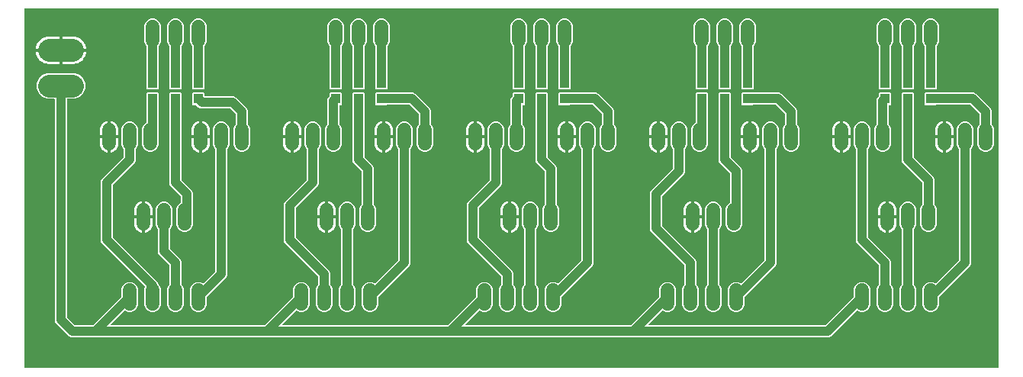
<source format=gbr>
G04 EAGLE Gerber RS-274X export*
G75*
%MOMM*%
%FSLAX34Y34*%
%LPD*%
%INBottom Copper*%
%IPPOS*%
%AMOC8*
5,1,8,0,0,1.08239X$1,22.5*%
G01*
%ADD10C,1.524000*%
%ADD11C,1.508000*%
%ADD12R,1.000000X1.100000*%
%ADD13C,2.550000*%
%ADD14C,1.016000*%

G36*
X1230398Y73664D02*
X1230398Y73664D01*
X1230417Y73662D01*
X1230519Y73684D01*
X1230621Y73700D01*
X1230638Y73710D01*
X1230658Y73714D01*
X1230747Y73767D01*
X1230838Y73816D01*
X1230852Y73830D01*
X1230869Y73840D01*
X1230936Y73919D01*
X1231008Y73994D01*
X1231016Y74012D01*
X1231029Y74027D01*
X1231068Y74123D01*
X1231111Y74217D01*
X1231113Y74237D01*
X1231121Y74255D01*
X1231139Y74422D01*
X1231139Y471578D01*
X1231136Y471598D01*
X1231138Y471617D01*
X1231116Y471719D01*
X1231100Y471821D01*
X1231090Y471838D01*
X1231086Y471858D01*
X1231033Y471947D01*
X1230984Y472038D01*
X1230970Y472052D01*
X1230960Y472069D01*
X1230881Y472136D01*
X1230806Y472208D01*
X1230788Y472216D01*
X1230773Y472229D01*
X1230677Y472268D01*
X1230583Y472311D01*
X1230563Y472313D01*
X1230545Y472321D01*
X1230378Y472339D01*
X150622Y472339D01*
X150602Y472336D01*
X150583Y472338D01*
X150481Y472316D01*
X150379Y472300D01*
X150362Y472290D01*
X150342Y472286D01*
X150253Y472233D01*
X150162Y472184D01*
X150148Y472170D01*
X150131Y472160D01*
X150064Y472081D01*
X149992Y472006D01*
X149984Y471988D01*
X149971Y471973D01*
X149932Y471877D01*
X149889Y471783D01*
X149887Y471763D01*
X149879Y471745D01*
X149861Y471578D01*
X149861Y74422D01*
X149864Y74402D01*
X149862Y74383D01*
X149884Y74281D01*
X149900Y74179D01*
X149910Y74162D01*
X149914Y74142D01*
X149967Y74053D01*
X150016Y73962D01*
X150030Y73948D01*
X150040Y73931D01*
X150119Y73864D01*
X150194Y73792D01*
X150212Y73784D01*
X150227Y73771D01*
X150323Y73732D01*
X150417Y73689D01*
X150437Y73687D01*
X150455Y73679D01*
X150622Y73661D01*
X1230378Y73661D01*
X1230398Y73664D01*
G37*
%LPC*%
G36*
X201886Y107695D02*
X201886Y107695D01*
X199459Y108701D01*
X184901Y123259D01*
X183895Y125686D01*
X183895Y371564D01*
X183892Y371584D01*
X183894Y371603D01*
X183872Y371705D01*
X183856Y371807D01*
X183846Y371824D01*
X183842Y371844D01*
X183789Y371933D01*
X183740Y372024D01*
X183726Y372038D01*
X183716Y372055D01*
X183637Y372122D01*
X183562Y372194D01*
X183544Y372202D01*
X183529Y372215D01*
X183433Y372254D01*
X183339Y372297D01*
X183319Y372299D01*
X183301Y372307D01*
X183134Y372325D01*
X174911Y372325D01*
X169664Y374498D01*
X165648Y378514D01*
X163475Y383761D01*
X163475Y389439D01*
X165648Y394686D01*
X169664Y398702D01*
X174911Y400875D01*
X206089Y400875D01*
X211336Y398702D01*
X215352Y394686D01*
X217525Y389439D01*
X217525Y383761D01*
X215352Y378514D01*
X211336Y374498D01*
X206089Y372325D01*
X197866Y372325D01*
X197846Y372322D01*
X197827Y372324D01*
X197725Y372302D01*
X197623Y372286D01*
X197606Y372276D01*
X197586Y372272D01*
X197497Y372219D01*
X197406Y372170D01*
X197392Y372156D01*
X197375Y372146D01*
X197308Y372067D01*
X197236Y371992D01*
X197228Y371974D01*
X197215Y371959D01*
X197176Y371863D01*
X197133Y371769D01*
X197131Y371749D01*
X197123Y371731D01*
X197105Y371564D01*
X197105Y130051D01*
X197119Y129961D01*
X197127Y129870D01*
X197139Y129840D01*
X197144Y129808D01*
X197187Y129728D01*
X197223Y129644D01*
X197249Y129612D01*
X197260Y129591D01*
X197283Y129569D01*
X197328Y129513D01*
X205713Y121128D01*
X205787Y121075D01*
X205856Y121015D01*
X205886Y121003D01*
X205913Y120984D01*
X206000Y120957D01*
X206084Y120923D01*
X206125Y120919D01*
X206148Y120912D01*
X206180Y120913D01*
X206251Y120905D01*
X225549Y120905D01*
X225639Y120919D01*
X225730Y120927D01*
X225760Y120939D01*
X225792Y120944D01*
X225872Y120987D01*
X225956Y121023D01*
X225988Y121049D01*
X226009Y121060D01*
X226031Y121083D01*
X226087Y121128D01*
X257412Y152453D01*
X257465Y152527D01*
X257525Y152596D01*
X257537Y152626D01*
X257556Y152653D01*
X257583Y152740D01*
X257617Y152824D01*
X257621Y152865D01*
X257628Y152888D01*
X257627Y152920D01*
X257635Y152991D01*
X257635Y161743D01*
X259015Y165075D01*
X261565Y167625D01*
X264897Y169005D01*
X268503Y169005D01*
X271835Y167625D01*
X274385Y165075D01*
X275765Y161743D01*
X275765Y143057D01*
X274385Y139725D01*
X271835Y137175D01*
X268503Y135795D01*
X264897Y135795D01*
X261505Y137200D01*
X261392Y137227D01*
X261278Y137255D01*
X261272Y137255D01*
X261266Y137256D01*
X261149Y137245D01*
X261033Y137236D01*
X261027Y137234D01*
X261021Y137233D01*
X260913Y137185D01*
X260807Y137140D01*
X260801Y137135D01*
X260796Y137133D01*
X260782Y137121D01*
X260676Y137035D01*
X245845Y122204D01*
X245803Y122146D01*
X245754Y122094D01*
X245732Y122047D01*
X245701Y122005D01*
X245680Y121936D01*
X245650Y121871D01*
X245644Y121819D01*
X245629Y121769D01*
X245631Y121698D01*
X245623Y121627D01*
X245634Y121576D01*
X245635Y121524D01*
X245660Y121456D01*
X245675Y121386D01*
X245702Y121341D01*
X245720Y121293D01*
X245765Y121237D01*
X245801Y121175D01*
X245841Y121141D01*
X245873Y121101D01*
X245934Y121062D01*
X245988Y121015D01*
X246037Y120996D01*
X246080Y120968D01*
X246150Y120950D01*
X246216Y120923D01*
X246288Y120915D01*
X246319Y120907D01*
X246342Y120909D01*
X246383Y120905D01*
X416049Y120905D01*
X416139Y120919D01*
X416230Y120927D01*
X416260Y120939D01*
X416292Y120944D01*
X416372Y120987D01*
X416456Y121023D01*
X416488Y121049D01*
X416509Y121060D01*
X416531Y121083D01*
X416587Y121128D01*
X447912Y152453D01*
X447965Y152527D01*
X448025Y152596D01*
X448037Y152626D01*
X448056Y152653D01*
X448083Y152740D01*
X448117Y152824D01*
X448121Y152865D01*
X448128Y152888D01*
X448127Y152920D01*
X448135Y152991D01*
X448135Y161743D01*
X449515Y165075D01*
X452065Y167625D01*
X455397Y169005D01*
X459003Y169005D01*
X462335Y167625D01*
X464885Y165075D01*
X466265Y161743D01*
X466265Y143057D01*
X464885Y139725D01*
X462335Y137175D01*
X459003Y135795D01*
X455397Y135795D01*
X452005Y137200D01*
X451892Y137227D01*
X451778Y137255D01*
X451772Y137255D01*
X451766Y137256D01*
X451649Y137245D01*
X451533Y137236D01*
X451527Y137234D01*
X451521Y137233D01*
X451413Y137185D01*
X451307Y137140D01*
X451301Y137135D01*
X451296Y137133D01*
X451282Y137121D01*
X451176Y137035D01*
X436345Y122204D01*
X436303Y122146D01*
X436254Y122094D01*
X436232Y122047D01*
X436201Y122005D01*
X436180Y121936D01*
X436150Y121871D01*
X436144Y121819D01*
X436129Y121769D01*
X436131Y121698D01*
X436123Y121627D01*
X436134Y121576D01*
X436135Y121524D01*
X436160Y121456D01*
X436175Y121386D01*
X436202Y121341D01*
X436220Y121293D01*
X436265Y121237D01*
X436301Y121175D01*
X436341Y121141D01*
X436373Y121101D01*
X436434Y121062D01*
X436488Y121015D01*
X436537Y120996D01*
X436580Y120968D01*
X436650Y120950D01*
X436716Y120923D01*
X436788Y120915D01*
X436819Y120907D01*
X436842Y120909D01*
X436883Y120905D01*
X619249Y120905D01*
X619339Y120919D01*
X619430Y120927D01*
X619460Y120939D01*
X619492Y120944D01*
X619572Y120987D01*
X619656Y121023D01*
X619688Y121049D01*
X619709Y121060D01*
X619731Y121083D01*
X619787Y121128D01*
X651112Y152453D01*
X651165Y152527D01*
X651225Y152596D01*
X651237Y152626D01*
X651256Y152653D01*
X651283Y152740D01*
X651317Y152824D01*
X651321Y152865D01*
X651328Y152888D01*
X651327Y152920D01*
X651335Y152991D01*
X651335Y161743D01*
X652715Y165075D01*
X655265Y167625D01*
X658597Y169005D01*
X662203Y169005D01*
X665535Y167625D01*
X668085Y165075D01*
X669465Y161743D01*
X669465Y143057D01*
X668085Y139725D01*
X665535Y137175D01*
X662203Y135795D01*
X658597Y135795D01*
X655205Y137200D01*
X655092Y137227D01*
X654978Y137255D01*
X654972Y137255D01*
X654966Y137256D01*
X654849Y137245D01*
X654733Y137236D01*
X654727Y137234D01*
X654721Y137233D01*
X654613Y137185D01*
X654507Y137140D01*
X654501Y137135D01*
X654496Y137133D01*
X654482Y137121D01*
X654376Y137035D01*
X639545Y122204D01*
X639503Y122146D01*
X639454Y122094D01*
X639432Y122047D01*
X639401Y122005D01*
X639380Y121936D01*
X639350Y121871D01*
X639344Y121819D01*
X639329Y121769D01*
X639331Y121698D01*
X639323Y121627D01*
X639334Y121576D01*
X639335Y121524D01*
X639360Y121456D01*
X639375Y121386D01*
X639402Y121342D01*
X639420Y121293D01*
X639465Y121237D01*
X639501Y121175D01*
X639541Y121141D01*
X639573Y121101D01*
X639634Y121062D01*
X639688Y121015D01*
X639737Y120996D01*
X639780Y120968D01*
X639850Y120950D01*
X639916Y120923D01*
X639988Y120915D01*
X640019Y120907D01*
X640042Y120909D01*
X640083Y120905D01*
X822449Y120905D01*
X822539Y120919D01*
X822630Y120927D01*
X822660Y120939D01*
X822692Y120944D01*
X822772Y120987D01*
X822856Y121023D01*
X822888Y121049D01*
X822909Y121060D01*
X822931Y121083D01*
X822987Y121128D01*
X854312Y152453D01*
X854365Y152527D01*
X854425Y152596D01*
X854437Y152626D01*
X854456Y152653D01*
X854483Y152740D01*
X854517Y152824D01*
X854521Y152865D01*
X854528Y152888D01*
X854527Y152920D01*
X854535Y152991D01*
X854535Y161743D01*
X855915Y165075D01*
X858465Y167625D01*
X861797Y169005D01*
X865403Y169005D01*
X868735Y167625D01*
X871285Y165075D01*
X872665Y161743D01*
X872665Y143057D01*
X871285Y139725D01*
X868735Y137175D01*
X865403Y135795D01*
X861797Y135795D01*
X858405Y137200D01*
X858292Y137227D01*
X858178Y137255D01*
X858172Y137255D01*
X858166Y137256D01*
X858049Y137245D01*
X857933Y137236D01*
X857927Y137234D01*
X857921Y137233D01*
X857813Y137185D01*
X857707Y137140D01*
X857701Y137135D01*
X857696Y137133D01*
X857682Y137121D01*
X857576Y137035D01*
X842745Y122204D01*
X842703Y122146D01*
X842654Y122094D01*
X842632Y122047D01*
X842601Y122005D01*
X842580Y121936D01*
X842550Y121871D01*
X842544Y121819D01*
X842529Y121769D01*
X842531Y121698D01*
X842523Y121627D01*
X842534Y121576D01*
X842535Y121524D01*
X842560Y121456D01*
X842575Y121386D01*
X842602Y121342D01*
X842620Y121293D01*
X842665Y121237D01*
X842701Y121175D01*
X842741Y121141D01*
X842773Y121101D01*
X842834Y121062D01*
X842888Y121015D01*
X842937Y120996D01*
X842980Y120968D01*
X843050Y120950D01*
X843116Y120923D01*
X843188Y120915D01*
X843219Y120907D01*
X843242Y120909D01*
X843283Y120905D01*
X1038349Y120905D01*
X1038439Y120919D01*
X1038530Y120927D01*
X1038560Y120939D01*
X1038592Y120944D01*
X1038672Y120987D01*
X1038756Y121023D01*
X1038788Y121049D01*
X1038809Y121060D01*
X1038831Y121083D01*
X1038887Y121128D01*
X1070212Y152453D01*
X1070265Y152527D01*
X1070325Y152596D01*
X1070337Y152626D01*
X1070356Y152653D01*
X1070383Y152740D01*
X1070417Y152824D01*
X1070421Y152865D01*
X1070428Y152888D01*
X1070427Y152920D01*
X1070435Y152991D01*
X1070435Y161743D01*
X1071815Y165075D01*
X1074365Y167625D01*
X1077697Y169005D01*
X1081303Y169005D01*
X1084635Y167625D01*
X1087185Y165075D01*
X1088565Y161743D01*
X1088565Y143057D01*
X1087185Y139725D01*
X1084635Y137175D01*
X1081303Y135795D01*
X1077697Y135795D01*
X1074305Y137200D01*
X1074192Y137227D01*
X1074078Y137255D01*
X1074072Y137255D01*
X1074066Y137256D01*
X1073949Y137245D01*
X1073833Y137236D01*
X1073827Y137234D01*
X1073821Y137233D01*
X1073713Y137185D01*
X1073607Y137140D01*
X1073601Y137135D01*
X1073596Y137133D01*
X1073582Y137121D01*
X1073476Y137035D01*
X1045141Y108701D01*
X1042714Y107695D01*
X201886Y107695D01*
G37*
%LPD*%
%LPC*%
G36*
X290297Y135795D02*
X290297Y135795D01*
X286965Y137175D01*
X284415Y139725D01*
X283035Y143057D01*
X283035Y161743D01*
X283743Y163452D01*
X283770Y163565D01*
X283798Y163679D01*
X283798Y163685D01*
X283799Y163691D01*
X283788Y163808D01*
X283779Y163924D01*
X283777Y163930D01*
X283776Y163936D01*
X283728Y164044D01*
X283683Y164150D01*
X283678Y164156D01*
X283676Y164161D01*
X283663Y164175D01*
X283578Y164281D01*
X235701Y212159D01*
X234695Y214586D01*
X234695Y280714D01*
X235701Y283141D01*
X259872Y307313D01*
X259925Y307387D01*
X259985Y307456D01*
X259997Y307486D01*
X260016Y307513D01*
X260043Y307600D01*
X260077Y307684D01*
X260081Y307725D01*
X260088Y307748D01*
X260087Y307780D01*
X260095Y307851D01*
X260095Y315937D01*
X260081Y316027D01*
X260073Y316118D01*
X260061Y316148D01*
X260056Y316180D01*
X260013Y316260D01*
X259977Y316344D01*
X259951Y316376D01*
X259940Y316397D01*
X259917Y316419D01*
X259872Y316475D01*
X258947Y317400D01*
X257555Y320761D01*
X257555Y339639D01*
X258947Y343000D01*
X261520Y345573D01*
X264881Y346965D01*
X268519Y346965D01*
X271880Y345573D01*
X274453Y343000D01*
X275845Y339639D01*
X275845Y320761D01*
X274453Y317400D01*
X273528Y316475D01*
X273475Y316401D01*
X273415Y316332D01*
X273403Y316302D01*
X273384Y316275D01*
X273357Y316188D01*
X273323Y316104D01*
X273319Y316063D01*
X273312Y316040D01*
X273313Y316008D01*
X273305Y315937D01*
X273305Y303486D01*
X272299Y301059D01*
X248128Y276887D01*
X248075Y276813D01*
X248015Y276744D01*
X248003Y276714D01*
X247984Y276687D01*
X247957Y276600D01*
X247923Y276516D01*
X247919Y276475D01*
X247912Y276452D01*
X247913Y276420D01*
X247905Y276349D01*
X247905Y218951D01*
X247919Y218861D01*
X247927Y218770D01*
X247939Y218740D01*
X247944Y218708D01*
X247987Y218628D01*
X248023Y218544D01*
X248049Y218512D01*
X248060Y218491D01*
X248083Y218469D01*
X248128Y218413D01*
X297699Y168841D01*
X298720Y166378D01*
X298727Y166289D01*
X298739Y166259D01*
X298744Y166227D01*
X298787Y166147D01*
X298823Y166063D01*
X298849Y166031D01*
X298860Y166010D01*
X298883Y165988D01*
X298928Y165932D01*
X299785Y165075D01*
X301165Y161743D01*
X301165Y143057D01*
X299785Y139725D01*
X297235Y137175D01*
X293903Y135795D01*
X290297Y135795D01*
G37*
%LPD*%
%LPC*%
G36*
X887197Y135795D02*
X887197Y135795D01*
X883865Y137175D01*
X881315Y139725D01*
X879935Y143057D01*
X879935Y161743D01*
X881315Y165075D01*
X882172Y165932D01*
X882225Y166006D01*
X882285Y166075D01*
X882297Y166105D01*
X882316Y166132D01*
X882343Y166218D01*
X882377Y166303D01*
X882381Y166344D01*
X882388Y166367D01*
X882387Y166399D01*
X882395Y166470D01*
X882395Y187449D01*
X882381Y187539D01*
X882373Y187630D01*
X882361Y187660D01*
X882356Y187692D01*
X882313Y187772D01*
X882277Y187856D01*
X882251Y187888D01*
X882240Y187909D01*
X882217Y187931D01*
X882172Y187987D01*
X845301Y224859D01*
X844295Y227286D01*
X844295Y268014D01*
X845301Y270441D01*
X869472Y294613D01*
X869525Y294687D01*
X869585Y294756D01*
X869597Y294786D01*
X869616Y294813D01*
X869643Y294900D01*
X869677Y294984D01*
X869681Y295025D01*
X869688Y295048D01*
X869687Y295080D01*
X869695Y295151D01*
X869695Y315937D01*
X869681Y316027D01*
X869673Y316118D01*
X869661Y316148D01*
X869656Y316180D01*
X869613Y316260D01*
X869577Y316344D01*
X869551Y316376D01*
X869540Y316397D01*
X869517Y316419D01*
X869472Y316475D01*
X868547Y317400D01*
X867155Y320761D01*
X867155Y339639D01*
X868547Y343000D01*
X871120Y345573D01*
X874481Y346965D01*
X878119Y346965D01*
X881480Y345573D01*
X884053Y343000D01*
X885445Y339639D01*
X885445Y320761D01*
X884053Y317400D01*
X883128Y316475D01*
X883075Y316401D01*
X883015Y316332D01*
X883003Y316302D01*
X882984Y316275D01*
X882957Y316188D01*
X882923Y316104D01*
X882919Y316063D01*
X882912Y316040D01*
X882913Y316008D01*
X882905Y315937D01*
X882905Y290786D01*
X881899Y288359D01*
X857728Y264187D01*
X857675Y264113D01*
X857615Y264044D01*
X857603Y264014D01*
X857584Y263987D01*
X857557Y263900D01*
X857523Y263816D01*
X857519Y263775D01*
X857512Y263752D01*
X857513Y263720D01*
X857505Y263649D01*
X857505Y231651D01*
X857519Y231561D01*
X857527Y231470D01*
X857539Y231440D01*
X857544Y231408D01*
X857587Y231328D01*
X857623Y231244D01*
X857649Y231212D01*
X857660Y231191D01*
X857683Y231169D01*
X857728Y231113D01*
X894599Y194241D01*
X895605Y191814D01*
X895605Y166470D01*
X895619Y166380D01*
X895627Y166289D01*
X895639Y166259D01*
X895644Y166227D01*
X895687Y166147D01*
X895723Y166063D01*
X895749Y166031D01*
X895760Y166010D01*
X895783Y165988D01*
X895828Y165932D01*
X896685Y165075D01*
X898065Y161743D01*
X898065Y143057D01*
X896685Y139725D01*
X894135Y137175D01*
X890803Y135795D01*
X887197Y135795D01*
G37*
%LPD*%
%LPC*%
G36*
X683997Y135795D02*
X683997Y135795D01*
X680665Y137175D01*
X678115Y139725D01*
X676735Y143057D01*
X676735Y161743D01*
X678115Y165075D01*
X678972Y165932D01*
X679025Y166006D01*
X679085Y166075D01*
X679097Y166105D01*
X679116Y166131D01*
X679143Y166219D01*
X679177Y166303D01*
X679181Y166344D01*
X679188Y166367D01*
X679187Y166399D01*
X679195Y166470D01*
X679195Y174749D01*
X679181Y174839D01*
X679173Y174930D01*
X679161Y174960D01*
X679156Y174992D01*
X679113Y175072D01*
X679077Y175156D01*
X679051Y175188D01*
X679040Y175209D01*
X679017Y175231D01*
X678972Y175287D01*
X642101Y212159D01*
X641095Y214586D01*
X641095Y255314D01*
X642101Y257741D01*
X666272Y281913D01*
X666325Y281987D01*
X666385Y282056D01*
X666397Y282086D01*
X666416Y282113D01*
X666443Y282200D01*
X666477Y282284D01*
X666481Y282325D01*
X666488Y282348D01*
X666487Y282380D01*
X666495Y282451D01*
X666495Y315937D01*
X666481Y316027D01*
X666473Y316118D01*
X666461Y316148D01*
X666456Y316180D01*
X666413Y316260D01*
X666377Y316344D01*
X666351Y316376D01*
X666340Y316397D01*
X666317Y316419D01*
X666272Y316475D01*
X665347Y317400D01*
X663955Y320761D01*
X663955Y339639D01*
X665347Y343000D01*
X667920Y345573D01*
X671281Y346965D01*
X674919Y346965D01*
X678280Y345573D01*
X680853Y343000D01*
X682245Y339639D01*
X682245Y320761D01*
X680853Y317400D01*
X679928Y316475D01*
X679875Y316401D01*
X679815Y316332D01*
X679803Y316302D01*
X679784Y316275D01*
X679757Y316188D01*
X679723Y316104D01*
X679719Y316063D01*
X679712Y316040D01*
X679713Y316008D01*
X679705Y315937D01*
X679705Y278086D01*
X678699Y275659D01*
X654528Y251487D01*
X654475Y251413D01*
X654415Y251344D01*
X654403Y251314D01*
X654384Y251287D01*
X654357Y251200D01*
X654323Y251116D01*
X654319Y251075D01*
X654312Y251052D01*
X654313Y251020D01*
X654305Y250949D01*
X654305Y218951D01*
X654319Y218861D01*
X654327Y218770D01*
X654339Y218740D01*
X654344Y218708D01*
X654387Y218628D01*
X654423Y218544D01*
X654449Y218512D01*
X654460Y218491D01*
X654483Y218469D01*
X654528Y218413D01*
X691399Y181541D01*
X692405Y179114D01*
X692405Y166470D01*
X692419Y166380D01*
X692427Y166289D01*
X692439Y166259D01*
X692444Y166227D01*
X692487Y166147D01*
X692523Y166063D01*
X692549Y166031D01*
X692560Y166010D01*
X692583Y165988D01*
X692628Y165932D01*
X693485Y165075D01*
X694865Y161743D01*
X694865Y143057D01*
X693485Y139725D01*
X690935Y137175D01*
X687603Y135795D01*
X683997Y135795D01*
G37*
%LPD*%
%LPC*%
G36*
X480797Y135795D02*
X480797Y135795D01*
X477465Y137175D01*
X474915Y139725D01*
X473535Y143057D01*
X473535Y161743D01*
X474915Y165075D01*
X475772Y165932D01*
X475825Y166006D01*
X475885Y166075D01*
X475897Y166105D01*
X475916Y166132D01*
X475943Y166218D01*
X475977Y166303D01*
X475981Y166344D01*
X475988Y166367D01*
X475987Y166399D01*
X475995Y166470D01*
X475995Y174749D01*
X475981Y174839D01*
X475973Y174930D01*
X475961Y174960D01*
X475956Y174992D01*
X475913Y175072D01*
X475877Y175156D01*
X475851Y175188D01*
X475840Y175209D01*
X475817Y175231D01*
X475772Y175287D01*
X438901Y212159D01*
X437895Y214586D01*
X437895Y255314D01*
X438901Y257741D01*
X440866Y259706D01*
X463072Y281913D01*
X463125Y281987D01*
X463185Y282056D01*
X463197Y282086D01*
X463216Y282113D01*
X463243Y282200D01*
X463277Y282284D01*
X463281Y282325D01*
X463288Y282348D01*
X463287Y282380D01*
X463295Y282451D01*
X463295Y315937D01*
X463281Y316027D01*
X463273Y316118D01*
X463261Y316148D01*
X463256Y316180D01*
X463213Y316260D01*
X463177Y316344D01*
X463151Y316376D01*
X463140Y316397D01*
X463117Y316419D01*
X463072Y316475D01*
X462147Y317400D01*
X460755Y320761D01*
X460755Y339639D01*
X462147Y343000D01*
X464720Y345573D01*
X468081Y346965D01*
X471719Y346965D01*
X475080Y345573D01*
X477653Y343000D01*
X479045Y339639D01*
X479045Y320761D01*
X477653Y317400D01*
X476728Y316475D01*
X476675Y316401D01*
X476615Y316332D01*
X476603Y316302D01*
X476584Y316275D01*
X476557Y316188D01*
X476523Y316104D01*
X476519Y316063D01*
X476512Y316040D01*
X476513Y316008D01*
X476505Y315937D01*
X476505Y278086D01*
X475499Y275659D01*
X451328Y251487D01*
X451275Y251413D01*
X451215Y251344D01*
X451203Y251314D01*
X451184Y251287D01*
X451157Y251200D01*
X451123Y251116D01*
X451119Y251075D01*
X451112Y251052D01*
X451113Y251020D01*
X451105Y250949D01*
X451105Y218951D01*
X451119Y218861D01*
X451127Y218770D01*
X451139Y218740D01*
X451144Y218708D01*
X451187Y218628D01*
X451223Y218544D01*
X451249Y218512D01*
X451260Y218491D01*
X451283Y218469D01*
X451328Y218413D01*
X488199Y181541D01*
X489205Y179114D01*
X489205Y166470D01*
X489219Y166380D01*
X489227Y166289D01*
X489239Y166259D01*
X489244Y166227D01*
X489287Y166147D01*
X489323Y166063D01*
X489349Y166031D01*
X489360Y166010D01*
X489383Y165988D01*
X489428Y165932D01*
X490285Y165075D01*
X491665Y161743D01*
X491665Y143057D01*
X490285Y139725D01*
X487735Y137175D01*
X484403Y135795D01*
X480797Y135795D01*
G37*
%LPD*%
%LPC*%
G36*
X734797Y135795D02*
X734797Y135795D01*
X731465Y137175D01*
X728915Y139725D01*
X727535Y143057D01*
X727535Y161743D01*
X728915Y165075D01*
X731465Y167625D01*
X734797Y169005D01*
X738403Y169005D01*
X741795Y167600D01*
X741908Y167573D01*
X742022Y167545D01*
X742028Y167545D01*
X742034Y167544D01*
X742151Y167555D01*
X742267Y167564D01*
X742273Y167566D01*
X742279Y167567D01*
X742387Y167615D01*
X742493Y167660D01*
X742499Y167665D01*
X742504Y167667D01*
X742518Y167679D01*
X742624Y167765D01*
X767872Y193013D01*
X767925Y193087D01*
X767985Y193156D01*
X767997Y193186D01*
X768016Y193213D01*
X768043Y193300D01*
X768077Y193384D01*
X768081Y193425D01*
X768088Y193448D01*
X768087Y193480D01*
X768095Y193551D01*
X768095Y315937D01*
X768081Y316027D01*
X768073Y316118D01*
X768061Y316148D01*
X768056Y316180D01*
X768013Y316260D01*
X767977Y316344D01*
X767951Y316376D01*
X767940Y316397D01*
X767917Y316419D01*
X767872Y316475D01*
X766947Y317400D01*
X765555Y320761D01*
X765555Y339639D01*
X766947Y343000D01*
X769520Y345573D01*
X772881Y346965D01*
X776519Y346965D01*
X779880Y345573D01*
X782453Y343000D01*
X783845Y339639D01*
X783845Y320761D01*
X782453Y317400D01*
X781528Y316475D01*
X781475Y316401D01*
X781415Y316332D01*
X781403Y316302D01*
X781384Y316275D01*
X781357Y316188D01*
X781323Y316104D01*
X781319Y316063D01*
X781312Y316040D01*
X781313Y316008D01*
X781305Y315937D01*
X781305Y189186D01*
X780299Y186759D01*
X745888Y152347D01*
X745835Y152273D01*
X745775Y152204D01*
X745763Y152174D01*
X745744Y152147D01*
X745717Y152060D01*
X745683Y151976D01*
X745679Y151935D01*
X745672Y151912D01*
X745673Y151880D01*
X745665Y151809D01*
X745665Y143057D01*
X744285Y139725D01*
X741735Y137175D01*
X738403Y135795D01*
X734797Y135795D01*
G37*
%LPD*%
%LPC*%
G36*
X1153897Y135795D02*
X1153897Y135795D01*
X1150565Y137175D01*
X1148015Y139725D01*
X1146635Y143057D01*
X1146635Y161743D01*
X1148015Y165075D01*
X1150565Y167625D01*
X1153897Y169005D01*
X1157503Y169005D01*
X1160895Y167600D01*
X1161008Y167573D01*
X1161122Y167545D01*
X1161128Y167545D01*
X1161134Y167544D01*
X1161251Y167555D01*
X1161367Y167564D01*
X1161373Y167566D01*
X1161379Y167567D01*
X1161487Y167615D01*
X1161593Y167660D01*
X1161599Y167665D01*
X1161604Y167667D01*
X1161618Y167679D01*
X1161724Y167765D01*
X1186972Y193013D01*
X1187025Y193087D01*
X1187085Y193156D01*
X1187097Y193186D01*
X1187116Y193213D01*
X1187143Y193300D01*
X1187177Y193384D01*
X1187181Y193425D01*
X1187188Y193448D01*
X1187187Y193480D01*
X1187195Y193551D01*
X1187195Y315937D01*
X1187181Y316027D01*
X1187173Y316118D01*
X1187161Y316148D01*
X1187156Y316180D01*
X1187113Y316260D01*
X1187077Y316344D01*
X1187051Y316376D01*
X1187040Y316397D01*
X1187017Y316419D01*
X1186972Y316475D01*
X1186047Y317400D01*
X1184655Y320761D01*
X1184655Y339639D01*
X1186047Y343000D01*
X1188620Y345573D01*
X1191981Y346965D01*
X1195619Y346965D01*
X1198980Y345573D01*
X1201553Y343000D01*
X1202945Y339639D01*
X1202945Y320761D01*
X1201553Y317400D01*
X1200628Y316475D01*
X1200575Y316401D01*
X1200515Y316332D01*
X1200503Y316302D01*
X1200484Y316275D01*
X1200457Y316188D01*
X1200423Y316104D01*
X1200419Y316063D01*
X1200412Y316040D01*
X1200413Y316008D01*
X1200405Y315937D01*
X1200405Y189186D01*
X1199399Y186759D01*
X1164988Y152347D01*
X1164935Y152273D01*
X1164875Y152204D01*
X1164863Y152174D01*
X1164844Y152147D01*
X1164817Y152060D01*
X1164783Y151976D01*
X1164779Y151935D01*
X1164772Y151912D01*
X1164773Y151880D01*
X1164765Y151809D01*
X1164765Y143057D01*
X1163385Y139725D01*
X1160835Y137175D01*
X1157503Y135795D01*
X1153897Y135795D01*
G37*
%LPD*%
%LPC*%
G36*
X937997Y135795D02*
X937997Y135795D01*
X934665Y137175D01*
X932115Y139725D01*
X930735Y143057D01*
X930735Y161743D01*
X932115Y165075D01*
X934665Y167625D01*
X937997Y169005D01*
X941603Y169005D01*
X944995Y167600D01*
X945108Y167573D01*
X945222Y167545D01*
X945228Y167545D01*
X945234Y167544D01*
X945351Y167555D01*
X945467Y167564D01*
X945473Y167566D01*
X945479Y167567D01*
X945587Y167615D01*
X945693Y167660D01*
X945699Y167665D01*
X945704Y167667D01*
X945718Y167679D01*
X945824Y167765D01*
X971072Y193013D01*
X971125Y193087D01*
X971185Y193156D01*
X971197Y193186D01*
X971216Y193213D01*
X971243Y193300D01*
X971277Y193384D01*
X971281Y193425D01*
X971288Y193448D01*
X971287Y193480D01*
X971295Y193551D01*
X971295Y315937D01*
X971281Y316027D01*
X971273Y316118D01*
X971261Y316148D01*
X971256Y316180D01*
X971213Y316260D01*
X971177Y316344D01*
X971151Y316376D01*
X971140Y316397D01*
X971117Y316419D01*
X971072Y316475D01*
X970147Y317400D01*
X968755Y320761D01*
X968755Y339639D01*
X970147Y343000D01*
X972720Y345573D01*
X976081Y346965D01*
X979719Y346965D01*
X983080Y345573D01*
X985653Y343000D01*
X987045Y339639D01*
X987045Y320761D01*
X985653Y317400D01*
X984728Y316475D01*
X984675Y316401D01*
X984615Y316332D01*
X984603Y316302D01*
X984584Y316275D01*
X984557Y316188D01*
X984523Y316104D01*
X984519Y316063D01*
X984512Y316040D01*
X984513Y316008D01*
X984505Y315937D01*
X984505Y189186D01*
X983499Y186759D01*
X949088Y152347D01*
X949035Y152273D01*
X948975Y152204D01*
X948963Y152174D01*
X948944Y152147D01*
X948917Y152060D01*
X948883Y151976D01*
X948879Y151935D01*
X948872Y151912D01*
X948873Y151880D01*
X948865Y151809D01*
X948865Y143057D01*
X947485Y139725D01*
X944935Y137175D01*
X941603Y135795D01*
X937997Y135795D01*
G37*
%LPD*%
%LPC*%
G36*
X531597Y135795D02*
X531597Y135795D01*
X528265Y137175D01*
X525715Y139725D01*
X524335Y143057D01*
X524335Y161743D01*
X525715Y165075D01*
X528265Y167625D01*
X531597Y169005D01*
X535203Y169005D01*
X538595Y167600D01*
X538708Y167573D01*
X538822Y167545D01*
X538828Y167545D01*
X538834Y167544D01*
X538951Y167555D01*
X539067Y167564D01*
X539073Y167566D01*
X539079Y167567D01*
X539187Y167615D01*
X539293Y167660D01*
X539299Y167665D01*
X539304Y167667D01*
X539318Y167679D01*
X539424Y167765D01*
X564672Y193013D01*
X564725Y193087D01*
X564785Y193156D01*
X564797Y193186D01*
X564816Y193213D01*
X564843Y193300D01*
X564877Y193384D01*
X564881Y193425D01*
X564888Y193448D01*
X564887Y193480D01*
X564895Y193551D01*
X564895Y315937D01*
X564881Y316027D01*
X564873Y316118D01*
X564861Y316148D01*
X564856Y316180D01*
X564813Y316260D01*
X564777Y316344D01*
X564751Y316376D01*
X564740Y316397D01*
X564717Y316419D01*
X564672Y316475D01*
X563747Y317400D01*
X562355Y320761D01*
X562355Y339639D01*
X563747Y343000D01*
X566320Y345573D01*
X569681Y346965D01*
X573319Y346965D01*
X576680Y345573D01*
X579253Y343000D01*
X580645Y339639D01*
X580645Y320761D01*
X579253Y317400D01*
X578328Y316475D01*
X578275Y316401D01*
X578215Y316332D01*
X578203Y316302D01*
X578184Y316275D01*
X578157Y316188D01*
X578123Y316104D01*
X578119Y316063D01*
X578112Y316040D01*
X578113Y316008D01*
X578105Y315937D01*
X578105Y189186D01*
X577099Y186759D01*
X542688Y152347D01*
X542635Y152273D01*
X542575Y152204D01*
X542563Y152174D01*
X542544Y152147D01*
X542517Y152061D01*
X542483Y151976D01*
X542479Y151935D01*
X542472Y151912D01*
X542473Y151880D01*
X542465Y151809D01*
X542465Y143057D01*
X541085Y139725D01*
X538535Y137175D01*
X535203Y135795D01*
X531597Y135795D01*
G37*
%LPD*%
%LPC*%
G36*
X341097Y135795D02*
X341097Y135795D01*
X337765Y137175D01*
X335215Y139725D01*
X333835Y143057D01*
X333835Y161743D01*
X335215Y165075D01*
X337765Y167625D01*
X341097Y169005D01*
X344703Y169005D01*
X348095Y167600D01*
X348208Y167573D01*
X348322Y167545D01*
X348328Y167545D01*
X348334Y167544D01*
X348451Y167555D01*
X348567Y167564D01*
X348573Y167566D01*
X348579Y167567D01*
X348687Y167615D01*
X348793Y167660D01*
X348799Y167665D01*
X348804Y167667D01*
X348818Y167679D01*
X348924Y167765D01*
X361472Y180313D01*
X361525Y180387D01*
X361585Y180456D01*
X361597Y180486D01*
X361616Y180513D01*
X361643Y180600D01*
X361677Y180684D01*
X361681Y180725D01*
X361688Y180748D01*
X361687Y180780D01*
X361695Y180851D01*
X361695Y315937D01*
X361681Y316027D01*
X361673Y316118D01*
X361661Y316148D01*
X361656Y316180D01*
X361613Y316260D01*
X361577Y316344D01*
X361551Y316376D01*
X361540Y316397D01*
X361517Y316419D01*
X361472Y316475D01*
X360547Y317400D01*
X359155Y320761D01*
X359155Y339639D01*
X360547Y343000D01*
X363120Y345573D01*
X366481Y346965D01*
X370119Y346965D01*
X373480Y345573D01*
X376053Y343000D01*
X377445Y339639D01*
X377445Y320761D01*
X376053Y317400D01*
X375128Y316475D01*
X375075Y316401D01*
X375015Y316332D01*
X375003Y316302D01*
X374984Y316275D01*
X374957Y316188D01*
X374923Y316104D01*
X374919Y316063D01*
X374912Y316040D01*
X374913Y316008D01*
X374905Y315937D01*
X374905Y176486D01*
X373899Y174059D01*
X352188Y152347D01*
X352135Y152273D01*
X352075Y152204D01*
X352063Y152174D01*
X352044Y152147D01*
X352017Y152061D01*
X351983Y151976D01*
X351979Y151935D01*
X351972Y151912D01*
X351973Y151880D01*
X351965Y151809D01*
X351965Y143057D01*
X350585Y139725D01*
X348035Y137175D01*
X344703Y135795D01*
X341097Y135795D01*
G37*
%LPD*%
%LPC*%
G36*
X1103097Y135795D02*
X1103097Y135795D01*
X1099765Y137175D01*
X1097215Y139725D01*
X1095835Y143057D01*
X1095835Y161743D01*
X1097215Y165075D01*
X1098072Y165932D01*
X1098125Y166006D01*
X1098185Y166075D01*
X1098197Y166105D01*
X1098216Y166131D01*
X1098243Y166219D01*
X1098277Y166303D01*
X1098281Y166344D01*
X1098288Y166367D01*
X1098287Y166399D01*
X1098295Y166470D01*
X1098295Y187449D01*
X1098281Y187539D01*
X1098273Y187630D01*
X1098261Y187660D01*
X1098256Y187692D01*
X1098213Y187772D01*
X1098177Y187856D01*
X1098151Y187888D01*
X1098140Y187909D01*
X1098117Y187931D01*
X1098072Y187987D01*
X1073901Y212159D01*
X1072895Y214586D01*
X1072895Y315937D01*
X1072881Y316027D01*
X1072873Y316118D01*
X1072861Y316148D01*
X1072856Y316180D01*
X1072813Y316260D01*
X1072777Y316344D01*
X1072751Y316376D01*
X1072740Y316397D01*
X1072717Y316419D01*
X1072672Y316475D01*
X1071747Y317400D01*
X1070355Y320761D01*
X1070355Y339639D01*
X1071747Y343000D01*
X1074320Y345573D01*
X1077681Y346965D01*
X1081319Y346965D01*
X1084680Y345573D01*
X1087253Y343000D01*
X1088645Y339639D01*
X1088645Y320761D01*
X1087253Y317400D01*
X1086328Y316475D01*
X1086275Y316401D01*
X1086215Y316332D01*
X1086203Y316302D01*
X1086184Y316275D01*
X1086157Y316188D01*
X1086123Y316104D01*
X1086119Y316063D01*
X1086112Y316040D01*
X1086113Y316008D01*
X1086105Y315937D01*
X1086105Y218951D01*
X1086119Y218861D01*
X1086127Y218770D01*
X1086139Y218740D01*
X1086144Y218708D01*
X1086187Y218628D01*
X1086223Y218544D01*
X1086249Y218512D01*
X1086260Y218491D01*
X1086283Y218469D01*
X1086328Y218413D01*
X1110499Y194241D01*
X1111505Y191814D01*
X1111505Y166470D01*
X1111519Y166380D01*
X1111527Y166289D01*
X1111539Y166259D01*
X1111544Y166227D01*
X1111587Y166147D01*
X1111623Y166063D01*
X1111649Y166031D01*
X1111660Y166010D01*
X1111683Y165988D01*
X1111728Y165932D01*
X1112585Y165075D01*
X1113965Y161743D01*
X1113965Y143057D01*
X1112585Y139725D01*
X1110035Y137175D01*
X1106703Y135795D01*
X1103097Y135795D01*
G37*
%LPD*%
%LPC*%
G36*
X1151341Y224535D02*
X1151341Y224535D01*
X1147980Y225927D01*
X1145407Y228500D01*
X1144015Y231861D01*
X1144015Y250739D01*
X1145407Y254100D01*
X1146332Y255025D01*
X1146385Y255099D01*
X1146445Y255168D01*
X1146457Y255198D01*
X1146476Y255225D01*
X1146503Y255312D01*
X1146537Y255396D01*
X1146541Y255437D01*
X1146548Y255460D01*
X1146547Y255492D01*
X1146555Y255563D01*
X1146555Y278889D01*
X1146541Y278979D01*
X1146533Y279070D01*
X1146521Y279100D01*
X1146516Y279132D01*
X1146473Y279212D01*
X1146437Y279296D01*
X1146411Y279328D01*
X1146400Y279349D01*
X1146377Y279371D01*
X1146332Y279427D01*
X1124701Y301059D01*
X1123695Y303486D01*
X1123695Y373814D01*
X1123717Y373867D01*
X1123732Y373931D01*
X1123757Y373992D01*
X1123766Y374074D01*
X1123773Y374106D01*
X1123772Y374126D01*
X1123775Y374158D01*
X1123775Y378632D01*
X1124668Y379525D01*
X1135932Y379525D01*
X1136825Y378632D01*
X1136825Y374158D01*
X1136835Y374094D01*
X1136836Y374028D01*
X1136859Y373948D01*
X1136864Y373916D01*
X1136874Y373898D01*
X1136883Y373867D01*
X1136905Y373814D01*
X1136905Y307851D01*
X1136919Y307761D01*
X1136927Y307670D01*
X1136939Y307640D01*
X1136944Y307608D01*
X1136987Y307528D01*
X1137023Y307444D01*
X1137049Y307412D01*
X1137060Y307391D01*
X1137083Y307369D01*
X1137128Y307313D01*
X1158759Y285681D01*
X1159765Y283254D01*
X1159765Y255563D01*
X1159779Y255473D01*
X1159787Y255382D01*
X1159799Y255352D01*
X1159804Y255320D01*
X1159847Y255240D01*
X1159883Y255156D01*
X1159909Y255124D01*
X1159920Y255103D01*
X1159943Y255081D01*
X1159988Y255025D01*
X1160913Y254100D01*
X1162305Y250739D01*
X1162305Y231861D01*
X1160913Y228500D01*
X1158340Y225927D01*
X1154979Y224535D01*
X1151341Y224535D01*
G37*
%LPD*%
%LPC*%
G36*
X325841Y224535D02*
X325841Y224535D01*
X322480Y225927D01*
X319907Y228500D01*
X318515Y231861D01*
X318515Y250739D01*
X319907Y254100D01*
X322480Y256673D01*
X323125Y256940D01*
X323225Y257001D01*
X323325Y257061D01*
X323329Y257066D01*
X323334Y257069D01*
X323409Y257160D01*
X323485Y257248D01*
X323487Y257254D01*
X323491Y257259D01*
X323533Y257367D01*
X323577Y257476D01*
X323578Y257484D01*
X323579Y257489D01*
X323580Y257507D01*
X323595Y257643D01*
X323595Y263649D01*
X323581Y263739D01*
X323573Y263830D01*
X323561Y263860D01*
X323556Y263892D01*
X323513Y263972D01*
X323477Y264056D01*
X323451Y264088D01*
X323440Y264109D01*
X323417Y264131D01*
X323372Y264187D01*
X311901Y275659D01*
X310895Y278086D01*
X310895Y373814D01*
X310917Y373867D01*
X310932Y373931D01*
X310957Y373992D01*
X310966Y374074D01*
X310973Y374106D01*
X310972Y374126D01*
X310975Y374158D01*
X310975Y378632D01*
X311868Y379525D01*
X323132Y379525D01*
X324025Y378632D01*
X324025Y374158D01*
X324035Y374094D01*
X324036Y374028D01*
X324059Y373948D01*
X324064Y373916D01*
X324074Y373898D01*
X324083Y373867D01*
X324105Y373814D01*
X324105Y282451D01*
X324119Y282361D01*
X324127Y282270D01*
X324139Y282240D01*
X324144Y282208D01*
X324187Y282128D01*
X324223Y282044D01*
X324249Y282012D01*
X324260Y281991D01*
X324283Y281969D01*
X324328Y281913D01*
X335799Y270441D01*
X336805Y268014D01*
X336805Y231861D01*
X335413Y228500D01*
X332840Y225927D01*
X329479Y224535D01*
X325841Y224535D01*
G37*
%LPD*%
%LPC*%
G36*
X935441Y224535D02*
X935441Y224535D01*
X932080Y225927D01*
X929507Y228500D01*
X928115Y231861D01*
X928115Y250739D01*
X929507Y254100D01*
X932080Y256673D01*
X932725Y256940D01*
X932825Y257001D01*
X932925Y257061D01*
X932929Y257066D01*
X932934Y257069D01*
X933009Y257160D01*
X933085Y257248D01*
X933087Y257254D01*
X933091Y257259D01*
X933133Y257367D01*
X933177Y257476D01*
X933178Y257484D01*
X933179Y257489D01*
X933180Y257507D01*
X933195Y257643D01*
X933195Y289049D01*
X933181Y289139D01*
X933173Y289230D01*
X933161Y289260D01*
X933156Y289292D01*
X933113Y289372D01*
X933077Y289456D01*
X933051Y289488D01*
X933040Y289509D01*
X933017Y289531D01*
X932972Y289587D01*
X921501Y301059D01*
X920495Y303486D01*
X920495Y373814D01*
X920517Y373867D01*
X920532Y373931D01*
X920557Y373992D01*
X920566Y374074D01*
X920573Y374106D01*
X920572Y374126D01*
X920575Y374158D01*
X920575Y378632D01*
X921468Y379525D01*
X932732Y379525D01*
X933625Y378632D01*
X933625Y374158D01*
X933635Y374094D01*
X933636Y374028D01*
X933659Y373948D01*
X933664Y373916D01*
X933674Y373898D01*
X933683Y373867D01*
X933705Y373814D01*
X933705Y307851D01*
X933719Y307761D01*
X933727Y307670D01*
X933739Y307640D01*
X933744Y307608D01*
X933787Y307528D01*
X933823Y307444D01*
X933849Y307412D01*
X933860Y307391D01*
X933883Y307369D01*
X933928Y307313D01*
X945399Y295841D01*
X946405Y293414D01*
X946405Y231861D01*
X945013Y228500D01*
X942440Y225927D01*
X939079Y224535D01*
X935441Y224535D01*
G37*
%LPD*%
%LPC*%
G36*
X529041Y224535D02*
X529041Y224535D01*
X525680Y225927D01*
X523107Y228500D01*
X521715Y231861D01*
X521715Y250739D01*
X523107Y254100D01*
X524032Y255025D01*
X524085Y255099D01*
X524145Y255168D01*
X524157Y255198D01*
X524176Y255225D01*
X524203Y255312D01*
X524237Y255396D01*
X524241Y255437D01*
X524248Y255460D01*
X524247Y255492D01*
X524255Y255563D01*
X524255Y291589D01*
X524241Y291679D01*
X524233Y291770D01*
X524221Y291800D01*
X524216Y291832D01*
X524173Y291912D01*
X524137Y291996D01*
X524111Y292028D01*
X524100Y292049D01*
X524077Y292071D01*
X524032Y292127D01*
X515101Y301059D01*
X514095Y303486D01*
X514095Y373814D01*
X514117Y373867D01*
X514132Y373931D01*
X514157Y373992D01*
X514166Y374074D01*
X514173Y374106D01*
X514172Y374126D01*
X514175Y374158D01*
X514175Y378632D01*
X515068Y379525D01*
X526332Y379525D01*
X527225Y378632D01*
X527225Y374158D01*
X527235Y374094D01*
X527236Y374028D01*
X527259Y373948D01*
X527264Y373916D01*
X527274Y373898D01*
X527283Y373867D01*
X527305Y373814D01*
X527305Y307851D01*
X527319Y307761D01*
X527327Y307670D01*
X527339Y307640D01*
X527344Y307608D01*
X527387Y307528D01*
X527423Y307444D01*
X527449Y307412D01*
X527460Y307391D01*
X527483Y307369D01*
X527528Y307313D01*
X536459Y298381D01*
X537465Y295954D01*
X537465Y255563D01*
X537479Y255473D01*
X537487Y255382D01*
X537499Y255352D01*
X537504Y255320D01*
X537547Y255240D01*
X537583Y255156D01*
X537609Y255124D01*
X537620Y255103D01*
X537643Y255081D01*
X537688Y255025D01*
X538613Y254100D01*
X540005Y250739D01*
X540005Y231861D01*
X538613Y228500D01*
X536040Y225927D01*
X532679Y224535D01*
X529041Y224535D01*
G37*
%LPD*%
%LPC*%
G36*
X732241Y224535D02*
X732241Y224535D01*
X728880Y225927D01*
X726307Y228500D01*
X724915Y231861D01*
X724915Y250739D01*
X726307Y254100D01*
X727232Y255025D01*
X727285Y255099D01*
X727345Y255168D01*
X727357Y255198D01*
X727376Y255225D01*
X727403Y255312D01*
X727437Y255396D01*
X727441Y255437D01*
X727448Y255460D01*
X727447Y255492D01*
X727455Y255563D01*
X727455Y291589D01*
X727441Y291679D01*
X727433Y291770D01*
X727421Y291800D01*
X727416Y291832D01*
X727373Y291912D01*
X727337Y291996D01*
X727311Y292028D01*
X727300Y292049D01*
X727277Y292071D01*
X727232Y292127D01*
X718301Y301059D01*
X717295Y303486D01*
X717295Y373814D01*
X717317Y373867D01*
X717332Y373931D01*
X717357Y373992D01*
X717366Y374074D01*
X717373Y374106D01*
X717372Y374126D01*
X717375Y374158D01*
X717375Y378632D01*
X718268Y379525D01*
X729532Y379525D01*
X730425Y378632D01*
X730425Y374158D01*
X730435Y374094D01*
X730436Y374028D01*
X730459Y373948D01*
X730464Y373916D01*
X730474Y373898D01*
X730483Y373867D01*
X730505Y373814D01*
X730505Y307851D01*
X730519Y307761D01*
X730527Y307670D01*
X730539Y307640D01*
X730544Y307608D01*
X730587Y307528D01*
X730623Y307444D01*
X730649Y307412D01*
X730660Y307391D01*
X730683Y307369D01*
X730728Y307313D01*
X739659Y298381D01*
X740665Y295954D01*
X740665Y255563D01*
X740679Y255473D01*
X740687Y255382D01*
X740699Y255352D01*
X740704Y255320D01*
X740747Y255240D01*
X740783Y255156D01*
X740809Y255124D01*
X740820Y255103D01*
X740843Y255081D01*
X740888Y255025D01*
X741813Y254100D01*
X743205Y250739D01*
X743205Y231861D01*
X741813Y228500D01*
X739240Y225927D01*
X735879Y224535D01*
X732241Y224535D01*
G37*
%LPD*%
%LPC*%
G36*
X315697Y135795D02*
X315697Y135795D01*
X312365Y137175D01*
X309815Y139725D01*
X308435Y143057D01*
X308435Y161743D01*
X309815Y165075D01*
X310672Y165932D01*
X310725Y166006D01*
X310785Y166075D01*
X310797Y166105D01*
X310816Y166132D01*
X310843Y166218D01*
X310877Y166303D01*
X310881Y166344D01*
X310888Y166367D01*
X310887Y166399D01*
X310895Y166470D01*
X310895Y187449D01*
X310881Y187539D01*
X310873Y187630D01*
X310861Y187660D01*
X310856Y187692D01*
X310813Y187772D01*
X310777Y187856D01*
X310751Y187888D01*
X310740Y187909D01*
X310717Y187931D01*
X310672Y187987D01*
X299201Y199459D01*
X298195Y201886D01*
X298195Y227037D01*
X298181Y227127D01*
X298173Y227218D01*
X298161Y227248D01*
X298156Y227280D01*
X298113Y227360D01*
X298077Y227444D01*
X298051Y227476D01*
X298040Y227497D01*
X298017Y227519D01*
X297972Y227575D01*
X297047Y228500D01*
X295655Y231861D01*
X295655Y250739D01*
X297047Y254100D01*
X299620Y256673D01*
X302981Y258065D01*
X306619Y258065D01*
X309980Y256673D01*
X312553Y254100D01*
X313945Y250739D01*
X313945Y231861D01*
X312553Y228500D01*
X311628Y227575D01*
X311575Y227501D01*
X311515Y227432D01*
X311503Y227402D01*
X311484Y227375D01*
X311457Y227288D01*
X311423Y227204D01*
X311419Y227163D01*
X311412Y227140D01*
X311413Y227108D01*
X311405Y227037D01*
X311405Y206251D01*
X311419Y206161D01*
X311427Y206070D01*
X311439Y206040D01*
X311444Y206008D01*
X311487Y205928D01*
X311523Y205844D01*
X311549Y205812D01*
X311560Y205791D01*
X311583Y205769D01*
X311628Y205713D01*
X323099Y194241D01*
X324105Y191814D01*
X324105Y166470D01*
X324119Y166380D01*
X324127Y166289D01*
X324139Y166259D01*
X324144Y166227D01*
X324187Y166147D01*
X324223Y166063D01*
X324249Y166031D01*
X324260Y166010D01*
X324283Y165988D01*
X324328Y165932D01*
X325185Y165075D01*
X326565Y161743D01*
X326565Y143057D01*
X325185Y139725D01*
X322635Y137175D01*
X319303Y135795D01*
X315697Y135795D01*
G37*
%LPD*%
%LPC*%
G36*
X506197Y135795D02*
X506197Y135795D01*
X502865Y137175D01*
X500315Y139725D01*
X498935Y143057D01*
X498935Y161743D01*
X500315Y165075D01*
X501172Y165932D01*
X501225Y166006D01*
X501285Y166075D01*
X501297Y166105D01*
X501316Y166132D01*
X501343Y166218D01*
X501377Y166303D01*
X501381Y166344D01*
X501388Y166367D01*
X501387Y166399D01*
X501395Y166470D01*
X501395Y227037D01*
X501381Y227127D01*
X501373Y227218D01*
X501361Y227248D01*
X501356Y227280D01*
X501313Y227360D01*
X501277Y227444D01*
X501251Y227476D01*
X501240Y227497D01*
X501217Y227519D01*
X501172Y227575D01*
X500247Y228500D01*
X498855Y231861D01*
X498855Y250739D01*
X500247Y254100D01*
X502820Y256673D01*
X506181Y258065D01*
X509819Y258065D01*
X513180Y256673D01*
X515753Y254100D01*
X517145Y250739D01*
X517145Y231861D01*
X515753Y228500D01*
X514828Y227575D01*
X514775Y227501D01*
X514715Y227432D01*
X514703Y227402D01*
X514684Y227375D01*
X514657Y227288D01*
X514623Y227204D01*
X514619Y227163D01*
X514612Y227140D01*
X514613Y227108D01*
X514605Y227037D01*
X514605Y166470D01*
X514619Y166380D01*
X514627Y166289D01*
X514639Y166259D01*
X514644Y166227D01*
X514687Y166147D01*
X514723Y166063D01*
X514749Y166031D01*
X514760Y166010D01*
X514783Y165988D01*
X514828Y165932D01*
X515685Y165075D01*
X517065Y161743D01*
X517065Y143057D01*
X515685Y139725D01*
X513135Y137175D01*
X509803Y135795D01*
X506197Y135795D01*
G37*
%LPD*%
%LPC*%
G36*
X912597Y135795D02*
X912597Y135795D01*
X909265Y137175D01*
X906715Y139725D01*
X905335Y143057D01*
X905335Y161743D01*
X906715Y165075D01*
X907572Y165932D01*
X907625Y166006D01*
X907685Y166075D01*
X907697Y166105D01*
X907716Y166132D01*
X907743Y166218D01*
X907777Y166303D01*
X907781Y166344D01*
X907788Y166367D01*
X907787Y166399D01*
X907795Y166470D01*
X907795Y227037D01*
X907781Y227127D01*
X907773Y227218D01*
X907761Y227248D01*
X907756Y227280D01*
X907713Y227360D01*
X907677Y227444D01*
X907651Y227476D01*
X907640Y227497D01*
X907617Y227519D01*
X907572Y227575D01*
X906647Y228500D01*
X905255Y231861D01*
X905255Y250739D01*
X906647Y254100D01*
X909220Y256673D01*
X912581Y258065D01*
X916219Y258065D01*
X919580Y256673D01*
X922153Y254100D01*
X923545Y250739D01*
X923545Y231861D01*
X922153Y228500D01*
X921228Y227575D01*
X921175Y227501D01*
X921115Y227432D01*
X921103Y227402D01*
X921084Y227375D01*
X921057Y227288D01*
X921023Y227204D01*
X921019Y227163D01*
X921012Y227140D01*
X921013Y227108D01*
X921005Y227037D01*
X921005Y166470D01*
X921019Y166380D01*
X921027Y166289D01*
X921039Y166259D01*
X921044Y166227D01*
X921087Y166147D01*
X921123Y166063D01*
X921149Y166031D01*
X921160Y166010D01*
X921183Y165988D01*
X921228Y165932D01*
X922085Y165075D01*
X923465Y161743D01*
X923465Y143057D01*
X922085Y139725D01*
X919535Y137175D01*
X916203Y135795D01*
X912597Y135795D01*
G37*
%LPD*%
%LPC*%
G36*
X709397Y135795D02*
X709397Y135795D01*
X706065Y137175D01*
X703515Y139725D01*
X702135Y143057D01*
X702135Y161743D01*
X703515Y165075D01*
X704372Y165932D01*
X704425Y166006D01*
X704485Y166075D01*
X704497Y166105D01*
X704516Y166131D01*
X704543Y166219D01*
X704577Y166303D01*
X704581Y166344D01*
X704588Y166367D01*
X704587Y166399D01*
X704595Y166470D01*
X704595Y227037D01*
X704581Y227127D01*
X704573Y227218D01*
X704561Y227248D01*
X704556Y227280D01*
X704513Y227360D01*
X704477Y227444D01*
X704451Y227476D01*
X704440Y227497D01*
X704417Y227519D01*
X704372Y227575D01*
X703447Y228500D01*
X702055Y231861D01*
X702055Y250739D01*
X703447Y254100D01*
X706020Y256673D01*
X709381Y258065D01*
X713019Y258065D01*
X716380Y256673D01*
X718953Y254100D01*
X720345Y250739D01*
X720345Y231861D01*
X718953Y228500D01*
X718028Y227575D01*
X717975Y227501D01*
X717915Y227432D01*
X717903Y227402D01*
X717884Y227375D01*
X717857Y227288D01*
X717823Y227204D01*
X717819Y227163D01*
X717812Y227140D01*
X717813Y227108D01*
X717805Y227037D01*
X717805Y166470D01*
X717819Y166380D01*
X717827Y166289D01*
X717839Y166259D01*
X717844Y166227D01*
X717887Y166147D01*
X717923Y166063D01*
X717949Y166031D01*
X717960Y166010D01*
X717983Y165988D01*
X718028Y165932D01*
X718885Y165075D01*
X720265Y161743D01*
X720265Y143057D01*
X718885Y139725D01*
X716335Y137175D01*
X713003Y135795D01*
X709397Y135795D01*
G37*
%LPD*%
%LPC*%
G36*
X1128497Y135795D02*
X1128497Y135795D01*
X1125165Y137175D01*
X1122615Y139725D01*
X1121235Y143057D01*
X1121235Y161743D01*
X1122615Y165075D01*
X1123472Y165932D01*
X1123525Y166006D01*
X1123585Y166075D01*
X1123597Y166105D01*
X1123616Y166131D01*
X1123643Y166219D01*
X1123677Y166303D01*
X1123681Y166344D01*
X1123688Y166367D01*
X1123687Y166399D01*
X1123695Y166470D01*
X1123695Y227037D01*
X1123681Y227127D01*
X1123673Y227218D01*
X1123661Y227248D01*
X1123656Y227280D01*
X1123613Y227360D01*
X1123577Y227444D01*
X1123551Y227476D01*
X1123540Y227497D01*
X1123517Y227519D01*
X1123472Y227575D01*
X1122547Y228500D01*
X1121155Y231861D01*
X1121155Y250739D01*
X1122547Y254100D01*
X1125120Y256673D01*
X1128481Y258065D01*
X1132119Y258065D01*
X1135480Y256673D01*
X1138053Y254100D01*
X1139445Y250739D01*
X1139445Y231861D01*
X1138053Y228500D01*
X1137128Y227575D01*
X1137075Y227501D01*
X1137015Y227432D01*
X1137003Y227402D01*
X1136984Y227375D01*
X1136957Y227288D01*
X1136923Y227204D01*
X1136919Y227163D01*
X1136912Y227140D01*
X1136913Y227108D01*
X1136905Y227037D01*
X1136905Y166470D01*
X1136919Y166380D01*
X1136927Y166289D01*
X1136939Y166259D01*
X1136944Y166227D01*
X1136987Y166147D01*
X1137023Y166063D01*
X1137049Y166031D01*
X1137060Y166010D01*
X1137083Y165988D01*
X1137128Y165932D01*
X1137985Y165075D01*
X1139365Y161743D01*
X1139365Y143057D01*
X1137985Y139725D01*
X1135435Y137175D01*
X1132103Y135795D01*
X1128497Y135795D01*
G37*
%LPD*%
%LPC*%
G36*
X1214841Y313435D02*
X1214841Y313435D01*
X1211480Y314827D01*
X1208907Y317400D01*
X1207515Y320761D01*
X1207515Y339639D01*
X1208907Y343000D01*
X1209832Y343925D01*
X1209885Y343999D01*
X1209945Y344068D01*
X1209957Y344098D01*
X1209976Y344125D01*
X1210003Y344212D01*
X1210037Y344296D01*
X1210041Y344337D01*
X1210048Y344360D01*
X1210047Y344392D01*
X1210055Y344463D01*
X1210055Y355089D01*
X1210041Y355179D01*
X1210033Y355270D01*
X1210021Y355300D01*
X1210016Y355332D01*
X1209973Y355412D01*
X1209937Y355496D01*
X1209911Y355528D01*
X1209900Y355549D01*
X1209877Y355571D01*
X1209832Y355627D01*
X1199787Y365672D01*
X1199713Y365725D01*
X1199644Y365785D01*
X1199614Y365797D01*
X1199587Y365816D01*
X1199501Y365843D01*
X1199416Y365877D01*
X1199375Y365881D01*
X1199352Y365888D01*
X1199320Y365887D01*
X1199249Y365895D01*
X1162067Y365895D01*
X1161977Y365881D01*
X1161886Y365873D01*
X1161856Y365861D01*
X1161824Y365856D01*
X1161743Y365813D01*
X1161660Y365777D01*
X1161627Y365751D01*
X1161607Y365740D01*
X1161585Y365717D01*
X1161529Y365672D01*
X1161332Y365475D01*
X1150068Y365475D01*
X1149175Y366368D01*
X1149175Y370842D01*
X1149165Y370906D01*
X1149164Y370972D01*
X1149141Y371052D01*
X1149136Y371084D01*
X1149126Y371102D01*
X1149117Y371133D01*
X1149095Y371186D01*
X1149095Y373814D01*
X1149117Y373867D01*
X1149132Y373931D01*
X1149157Y373992D01*
X1149166Y374074D01*
X1149173Y374106D01*
X1149172Y374126D01*
X1149175Y374158D01*
X1149175Y378632D01*
X1150068Y379525D01*
X1161332Y379525D01*
X1161529Y379328D01*
X1161603Y379275D01*
X1161672Y379215D01*
X1161702Y379203D01*
X1161728Y379184D01*
X1161815Y379157D01*
X1161900Y379123D01*
X1161941Y379119D01*
X1161963Y379112D01*
X1161996Y379113D01*
X1162067Y379105D01*
X1203614Y379105D01*
X1206041Y378099D01*
X1208006Y376134D01*
X1220294Y363846D01*
X1222259Y361881D01*
X1223265Y359454D01*
X1223265Y344463D01*
X1223279Y344373D01*
X1223287Y344282D01*
X1223299Y344252D01*
X1223304Y344220D01*
X1223347Y344140D01*
X1223383Y344056D01*
X1223409Y344024D01*
X1223420Y344003D01*
X1223443Y343981D01*
X1223488Y343925D01*
X1224413Y343000D01*
X1225805Y339639D01*
X1225805Y320761D01*
X1224413Y317400D01*
X1221840Y314827D01*
X1218479Y313435D01*
X1214841Y313435D01*
G37*
%LPD*%
%LPC*%
G36*
X389341Y313435D02*
X389341Y313435D01*
X385980Y314827D01*
X383407Y317400D01*
X382015Y320761D01*
X382015Y339639D01*
X383407Y343000D01*
X384332Y343925D01*
X384385Y343999D01*
X384445Y344068D01*
X384457Y344098D01*
X384476Y344125D01*
X384503Y344212D01*
X384537Y344296D01*
X384541Y344337D01*
X384548Y344360D01*
X384547Y344392D01*
X384555Y344463D01*
X384555Y355089D01*
X384541Y355179D01*
X384533Y355270D01*
X384521Y355300D01*
X384516Y355332D01*
X384473Y355412D01*
X384437Y355496D01*
X384411Y355528D01*
X384400Y355549D01*
X384377Y355571D01*
X384332Y355627D01*
X378487Y361472D01*
X378413Y361525D01*
X378344Y361585D01*
X378314Y361597D01*
X378287Y361616D01*
X378200Y361643D01*
X378116Y361677D01*
X378075Y361681D01*
X378052Y361688D01*
X378020Y361687D01*
X377949Y361695D01*
X345786Y361695D01*
X343359Y362701D01*
X340807Y365252D01*
X340733Y365305D01*
X340664Y365365D01*
X340634Y365377D01*
X340607Y365396D01*
X340520Y365423D01*
X340436Y365457D01*
X340395Y365461D01*
X340372Y365468D01*
X340340Y365467D01*
X340269Y365475D01*
X337268Y365475D01*
X336375Y366368D01*
X336375Y370842D01*
X336365Y370906D01*
X336364Y370972D01*
X336341Y371052D01*
X336336Y371084D01*
X336326Y371102D01*
X336317Y371133D01*
X336295Y371186D01*
X336295Y373814D01*
X336317Y373867D01*
X336332Y373931D01*
X336357Y373992D01*
X336366Y374075D01*
X336373Y374107D01*
X336372Y374126D01*
X336375Y374158D01*
X336375Y378632D01*
X337268Y379525D01*
X348532Y379525D01*
X349425Y378632D01*
X349425Y375666D01*
X349428Y375646D01*
X349426Y375627D01*
X349448Y375525D01*
X349464Y375423D01*
X349474Y375406D01*
X349478Y375386D01*
X349531Y375297D01*
X349580Y375206D01*
X349594Y375192D01*
X349604Y375175D01*
X349683Y375108D01*
X349758Y375036D01*
X349776Y375028D01*
X349791Y375015D01*
X349887Y374976D01*
X349981Y374933D01*
X350001Y374931D01*
X350019Y374923D01*
X350186Y374905D01*
X382314Y374905D01*
X384741Y373899D01*
X396759Y361881D01*
X397765Y359454D01*
X397765Y344463D01*
X397779Y344373D01*
X397787Y344282D01*
X397799Y344252D01*
X397804Y344220D01*
X397847Y344140D01*
X397883Y344056D01*
X397909Y344024D01*
X397920Y344003D01*
X397943Y343981D01*
X397988Y343925D01*
X398913Y343000D01*
X400305Y339639D01*
X400305Y320761D01*
X398913Y317400D01*
X396340Y314827D01*
X392979Y313435D01*
X389341Y313435D01*
G37*
%LPD*%
%LPC*%
G36*
X795741Y313435D02*
X795741Y313435D01*
X792380Y314827D01*
X789807Y317400D01*
X788415Y320761D01*
X788415Y339639D01*
X789807Y343000D01*
X790732Y343925D01*
X790785Y343999D01*
X790845Y344068D01*
X790857Y344098D01*
X790876Y344125D01*
X790903Y344212D01*
X790937Y344296D01*
X790941Y344337D01*
X790948Y344360D01*
X790947Y344392D01*
X790955Y344463D01*
X790955Y355089D01*
X790941Y355179D01*
X790933Y355270D01*
X790921Y355300D01*
X790916Y355332D01*
X790873Y355412D01*
X790837Y355496D01*
X790811Y355528D01*
X790800Y355549D01*
X790777Y355571D01*
X790732Y355627D01*
X780687Y365672D01*
X780613Y365725D01*
X780544Y365785D01*
X780514Y365797D01*
X780487Y365816D01*
X780400Y365843D01*
X780316Y365877D01*
X780275Y365881D01*
X780252Y365888D01*
X780220Y365887D01*
X780149Y365895D01*
X755667Y365895D01*
X755577Y365881D01*
X755486Y365873D01*
X755456Y365861D01*
X755424Y365856D01*
X755343Y365813D01*
X755260Y365777D01*
X755227Y365751D01*
X755207Y365740D01*
X755185Y365717D01*
X755129Y365672D01*
X754932Y365475D01*
X743668Y365475D01*
X742775Y366368D01*
X742775Y370842D01*
X742765Y370906D01*
X742764Y370972D01*
X742741Y371052D01*
X742736Y371084D01*
X742726Y371102D01*
X742717Y371133D01*
X742695Y371186D01*
X742695Y373814D01*
X742717Y373867D01*
X742732Y373931D01*
X742757Y373992D01*
X742766Y374074D01*
X742773Y374106D01*
X742772Y374126D01*
X742775Y374158D01*
X742775Y378632D01*
X743668Y379525D01*
X754932Y379525D01*
X755129Y379328D01*
X755203Y379275D01*
X755272Y379215D01*
X755302Y379203D01*
X755328Y379184D01*
X755415Y379157D01*
X755500Y379123D01*
X755541Y379119D01*
X755563Y379112D01*
X755596Y379113D01*
X755667Y379105D01*
X784514Y379105D01*
X786941Y378099D01*
X803159Y361881D01*
X804165Y359454D01*
X804165Y344463D01*
X804179Y344373D01*
X804187Y344282D01*
X804199Y344252D01*
X804204Y344220D01*
X804247Y344140D01*
X804283Y344056D01*
X804309Y344024D01*
X804320Y344003D01*
X804343Y343981D01*
X804388Y343925D01*
X805313Y343000D01*
X806705Y339639D01*
X806705Y320761D01*
X805313Y317400D01*
X802740Y314827D01*
X799379Y313435D01*
X795741Y313435D01*
G37*
%LPD*%
%LPC*%
G36*
X998941Y313435D02*
X998941Y313435D01*
X995580Y314827D01*
X993007Y317400D01*
X991615Y320761D01*
X991615Y339639D01*
X993007Y343000D01*
X993932Y343925D01*
X993985Y343999D01*
X994045Y344068D01*
X994057Y344098D01*
X994076Y344125D01*
X994103Y344212D01*
X994137Y344296D01*
X994141Y344337D01*
X994148Y344360D01*
X994147Y344392D01*
X994155Y344463D01*
X994155Y355089D01*
X994141Y355179D01*
X994133Y355270D01*
X994121Y355300D01*
X994116Y355332D01*
X994073Y355412D01*
X994037Y355496D01*
X994011Y355528D01*
X994000Y355549D01*
X993977Y355571D01*
X993932Y355627D01*
X983887Y365672D01*
X983813Y365725D01*
X983744Y365785D01*
X983714Y365797D01*
X983687Y365816D01*
X983600Y365843D01*
X983516Y365877D01*
X983475Y365881D01*
X983452Y365888D01*
X983420Y365887D01*
X983349Y365895D01*
X958867Y365895D01*
X958777Y365881D01*
X958686Y365873D01*
X958656Y365861D01*
X958624Y365856D01*
X958543Y365813D01*
X958460Y365777D01*
X958427Y365751D01*
X958407Y365740D01*
X958385Y365717D01*
X958329Y365672D01*
X958132Y365475D01*
X946868Y365475D01*
X945975Y366368D01*
X945975Y370842D01*
X945965Y370906D01*
X945964Y370972D01*
X945941Y371052D01*
X945936Y371084D01*
X945926Y371102D01*
X945917Y371133D01*
X945895Y371186D01*
X945895Y373814D01*
X945917Y373867D01*
X945932Y373931D01*
X945957Y373992D01*
X945966Y374074D01*
X945973Y374106D01*
X945972Y374126D01*
X945975Y374158D01*
X945975Y378632D01*
X946868Y379525D01*
X958132Y379525D01*
X958329Y379328D01*
X958403Y379275D01*
X958472Y379215D01*
X958502Y379203D01*
X958528Y379184D01*
X958615Y379157D01*
X958700Y379123D01*
X958741Y379119D01*
X958763Y379112D01*
X958796Y379113D01*
X958867Y379105D01*
X987714Y379105D01*
X990141Y378099D01*
X1006359Y361881D01*
X1007365Y359454D01*
X1007365Y344463D01*
X1007379Y344373D01*
X1007387Y344282D01*
X1007399Y344252D01*
X1007404Y344220D01*
X1007447Y344140D01*
X1007483Y344056D01*
X1007509Y344024D01*
X1007520Y344003D01*
X1007543Y343981D01*
X1007588Y343925D01*
X1008513Y343000D01*
X1009905Y339639D01*
X1009905Y320761D01*
X1008513Y317400D01*
X1005940Y314827D01*
X1002579Y313435D01*
X998941Y313435D01*
G37*
%LPD*%
%LPC*%
G36*
X592541Y313435D02*
X592541Y313435D01*
X589180Y314827D01*
X586607Y317400D01*
X585215Y320761D01*
X585215Y339639D01*
X586607Y343000D01*
X587532Y343925D01*
X587585Y343999D01*
X587645Y344068D01*
X587657Y344098D01*
X587676Y344125D01*
X587703Y344212D01*
X587737Y344296D01*
X587741Y344337D01*
X587748Y344360D01*
X587747Y344392D01*
X587755Y344463D01*
X587755Y355089D01*
X587741Y355179D01*
X587733Y355270D01*
X587721Y355300D01*
X587716Y355332D01*
X587673Y355412D01*
X587637Y355496D01*
X587611Y355528D01*
X587600Y355549D01*
X587577Y355571D01*
X587532Y355627D01*
X577487Y365672D01*
X577413Y365725D01*
X577344Y365785D01*
X577314Y365797D01*
X577287Y365816D01*
X577200Y365843D01*
X577116Y365877D01*
X577075Y365881D01*
X577052Y365888D01*
X577020Y365887D01*
X576949Y365895D01*
X552467Y365895D01*
X552377Y365881D01*
X552286Y365873D01*
X552256Y365861D01*
X552224Y365856D01*
X552143Y365813D01*
X552060Y365777D01*
X552027Y365751D01*
X552007Y365740D01*
X551985Y365717D01*
X551929Y365672D01*
X551732Y365475D01*
X540468Y365475D01*
X539575Y366368D01*
X539575Y370842D01*
X539565Y370906D01*
X539564Y370972D01*
X539541Y371052D01*
X539536Y371084D01*
X539526Y371102D01*
X539517Y371133D01*
X539495Y371186D01*
X539495Y373814D01*
X539517Y373867D01*
X539532Y373931D01*
X539557Y373992D01*
X539566Y374074D01*
X539573Y374106D01*
X539572Y374126D01*
X539575Y374158D01*
X539575Y378632D01*
X540468Y379525D01*
X551732Y379525D01*
X551929Y379328D01*
X552003Y379275D01*
X552072Y379215D01*
X552102Y379203D01*
X552128Y379184D01*
X552215Y379157D01*
X552300Y379123D01*
X552341Y379119D01*
X552363Y379112D01*
X552396Y379113D01*
X552467Y379105D01*
X581314Y379105D01*
X583741Y378099D01*
X599959Y361881D01*
X600965Y359454D01*
X600965Y344463D01*
X600979Y344373D01*
X600987Y344282D01*
X600999Y344252D01*
X601004Y344220D01*
X601047Y344140D01*
X601083Y344056D01*
X601109Y344024D01*
X601120Y344003D01*
X601143Y343981D01*
X601188Y343925D01*
X602113Y343000D01*
X603505Y339639D01*
X603505Y320761D01*
X602113Y317400D01*
X599540Y314827D01*
X596179Y313435D01*
X592541Y313435D01*
G37*
%LPD*%
%LPC*%
G36*
X311868Y382475D02*
X311868Y382475D01*
X310975Y383368D01*
X310975Y387842D01*
X310965Y387906D01*
X310964Y387972D01*
X310941Y388052D01*
X310936Y388084D01*
X310926Y388102D01*
X310917Y388133D01*
X310895Y388186D01*
X310895Y430237D01*
X310881Y430327D01*
X310873Y430418D01*
X310861Y430448D01*
X310856Y430480D01*
X310813Y430560D01*
X310777Y430644D01*
X310751Y430676D01*
X310740Y430697D01*
X310717Y430719D01*
X310672Y430775D01*
X309747Y431700D01*
X308355Y435061D01*
X308355Y453939D01*
X309747Y457300D01*
X312320Y459873D01*
X315681Y461265D01*
X319319Y461265D01*
X322680Y459873D01*
X325253Y457300D01*
X326645Y453939D01*
X326645Y435061D01*
X325253Y431700D01*
X324328Y430775D01*
X324275Y430701D01*
X324215Y430632D01*
X324203Y430602D01*
X324184Y430575D01*
X324157Y430488D01*
X324123Y430404D01*
X324119Y430363D01*
X324112Y430340D01*
X324113Y430308D01*
X324105Y430237D01*
X324105Y388186D01*
X324083Y388133D01*
X324068Y388069D01*
X324043Y388008D01*
X324034Y387926D01*
X324027Y387894D01*
X324028Y387874D01*
X324025Y387842D01*
X324025Y383368D01*
X323132Y382475D01*
X311868Y382475D01*
G37*
%LPD*%
%LPC*%
G36*
X337268Y382475D02*
X337268Y382475D01*
X336375Y383368D01*
X336375Y387842D01*
X336365Y387906D01*
X336364Y387972D01*
X336341Y388052D01*
X336336Y388084D01*
X336326Y388102D01*
X336317Y388133D01*
X336295Y388186D01*
X336295Y430237D01*
X336281Y430327D01*
X336273Y430418D01*
X336261Y430448D01*
X336256Y430480D01*
X336213Y430560D01*
X336177Y430644D01*
X336151Y430676D01*
X336140Y430697D01*
X336117Y430719D01*
X336072Y430775D01*
X335147Y431700D01*
X333755Y435061D01*
X333755Y453939D01*
X335147Y457300D01*
X337720Y459873D01*
X341081Y461265D01*
X344719Y461265D01*
X348080Y459873D01*
X350653Y457300D01*
X352045Y453939D01*
X352045Y435061D01*
X350653Y431700D01*
X349728Y430775D01*
X349675Y430701D01*
X349615Y430632D01*
X349603Y430602D01*
X349584Y430575D01*
X349557Y430488D01*
X349523Y430404D01*
X349519Y430363D01*
X349512Y430340D01*
X349513Y430308D01*
X349505Y430237D01*
X349505Y388186D01*
X349483Y388133D01*
X349468Y388069D01*
X349443Y388008D01*
X349434Y387926D01*
X349427Y387894D01*
X349428Y387874D01*
X349425Y387842D01*
X349425Y383368D01*
X348532Y382475D01*
X337268Y382475D01*
G37*
%LPD*%
%LPC*%
G36*
X540468Y382475D02*
X540468Y382475D01*
X539575Y383368D01*
X539575Y387842D01*
X539565Y387906D01*
X539564Y387972D01*
X539541Y388052D01*
X539536Y388084D01*
X539526Y388102D01*
X539517Y388133D01*
X539495Y388186D01*
X539495Y430237D01*
X539481Y430327D01*
X539473Y430418D01*
X539461Y430448D01*
X539456Y430480D01*
X539413Y430560D01*
X539377Y430644D01*
X539351Y430676D01*
X539340Y430697D01*
X539317Y430719D01*
X539272Y430775D01*
X538347Y431700D01*
X536955Y435061D01*
X536955Y453939D01*
X538347Y457300D01*
X540920Y459873D01*
X544281Y461265D01*
X547919Y461265D01*
X551280Y459873D01*
X553853Y457300D01*
X555245Y453939D01*
X555245Y435061D01*
X553853Y431700D01*
X552928Y430775D01*
X552875Y430701D01*
X552815Y430632D01*
X552803Y430602D01*
X552784Y430575D01*
X552757Y430488D01*
X552723Y430404D01*
X552719Y430363D01*
X552712Y430340D01*
X552713Y430308D01*
X552705Y430237D01*
X552705Y388186D01*
X552683Y388133D01*
X552668Y388069D01*
X552643Y388008D01*
X552634Y387926D01*
X552627Y387894D01*
X552628Y387874D01*
X552625Y387842D01*
X552625Y383368D01*
X551732Y382475D01*
X540468Y382475D01*
G37*
%LPD*%
%LPC*%
G36*
X946868Y382475D02*
X946868Y382475D01*
X945975Y383368D01*
X945975Y387842D01*
X945965Y387906D01*
X945964Y387972D01*
X945941Y388052D01*
X945936Y388084D01*
X945926Y388102D01*
X945917Y388133D01*
X945895Y388186D01*
X945895Y430237D01*
X945881Y430327D01*
X945873Y430418D01*
X945861Y430448D01*
X945856Y430480D01*
X945813Y430560D01*
X945777Y430644D01*
X945751Y430676D01*
X945740Y430697D01*
X945717Y430719D01*
X945672Y430775D01*
X944747Y431700D01*
X943355Y435061D01*
X943355Y453939D01*
X944747Y457300D01*
X947320Y459873D01*
X950681Y461265D01*
X954319Y461265D01*
X957680Y459873D01*
X960253Y457300D01*
X961645Y453939D01*
X961645Y435061D01*
X960253Y431700D01*
X959328Y430775D01*
X959275Y430701D01*
X959215Y430632D01*
X959203Y430602D01*
X959184Y430575D01*
X959157Y430488D01*
X959123Y430404D01*
X959119Y430363D01*
X959112Y430340D01*
X959113Y430308D01*
X959105Y430237D01*
X959105Y388186D01*
X959083Y388133D01*
X959068Y388069D01*
X959043Y388008D01*
X959034Y387926D01*
X959027Y387894D01*
X959028Y387874D01*
X959025Y387842D01*
X959025Y383368D01*
X958132Y382475D01*
X946868Y382475D01*
G37*
%LPD*%
%LPC*%
G36*
X896068Y382475D02*
X896068Y382475D01*
X895175Y383368D01*
X895175Y387842D01*
X895165Y387906D01*
X895164Y387972D01*
X895141Y388052D01*
X895136Y388084D01*
X895126Y388102D01*
X895117Y388133D01*
X895095Y388186D01*
X895095Y430237D01*
X895081Y430327D01*
X895073Y430418D01*
X895061Y430448D01*
X895056Y430480D01*
X895013Y430560D01*
X894977Y430644D01*
X894951Y430676D01*
X894940Y430697D01*
X894917Y430719D01*
X894872Y430775D01*
X893947Y431700D01*
X892555Y435061D01*
X892555Y453939D01*
X893947Y457300D01*
X896520Y459873D01*
X899881Y461265D01*
X903519Y461265D01*
X906880Y459873D01*
X909453Y457300D01*
X910845Y453939D01*
X910845Y435061D01*
X909453Y431700D01*
X908528Y430775D01*
X908475Y430701D01*
X908415Y430632D01*
X908403Y430602D01*
X908384Y430575D01*
X908357Y430488D01*
X908323Y430404D01*
X908319Y430363D01*
X908312Y430340D01*
X908313Y430308D01*
X908305Y430237D01*
X908305Y388186D01*
X908283Y388133D01*
X908268Y388069D01*
X908243Y388008D01*
X908234Y387926D01*
X908227Y387894D01*
X908228Y387874D01*
X908225Y387842D01*
X908225Y383368D01*
X907332Y382475D01*
X896068Y382475D01*
G37*
%LPD*%
%LPC*%
G36*
X921468Y382475D02*
X921468Y382475D01*
X920575Y383368D01*
X920575Y387842D01*
X920565Y387906D01*
X920564Y387972D01*
X920541Y388052D01*
X920536Y388084D01*
X920526Y388102D01*
X920517Y388133D01*
X920495Y388186D01*
X920495Y430237D01*
X920481Y430327D01*
X920473Y430418D01*
X920461Y430448D01*
X920456Y430480D01*
X920413Y430560D01*
X920377Y430644D01*
X920351Y430676D01*
X920340Y430697D01*
X920317Y430719D01*
X920272Y430775D01*
X919347Y431700D01*
X917955Y435061D01*
X917955Y453939D01*
X919347Y457300D01*
X921920Y459873D01*
X925281Y461265D01*
X928919Y461265D01*
X932280Y459873D01*
X934853Y457300D01*
X936245Y453939D01*
X936245Y435061D01*
X934853Y431700D01*
X933928Y430775D01*
X933875Y430701D01*
X933815Y430632D01*
X933803Y430602D01*
X933784Y430575D01*
X933757Y430488D01*
X933723Y430404D01*
X933719Y430363D01*
X933712Y430340D01*
X933713Y430308D01*
X933705Y430237D01*
X933705Y388186D01*
X933683Y388133D01*
X933668Y388069D01*
X933643Y388008D01*
X933634Y387926D01*
X933627Y387894D01*
X933628Y387874D01*
X933625Y387842D01*
X933625Y383368D01*
X932732Y382475D01*
X921468Y382475D01*
G37*
%LPD*%
%LPC*%
G36*
X515068Y382475D02*
X515068Y382475D01*
X514175Y383368D01*
X514175Y387842D01*
X514165Y387906D01*
X514164Y387972D01*
X514141Y388052D01*
X514136Y388084D01*
X514126Y388102D01*
X514117Y388133D01*
X514095Y388186D01*
X514095Y430237D01*
X514081Y430327D01*
X514073Y430418D01*
X514061Y430448D01*
X514056Y430480D01*
X514013Y430560D01*
X513977Y430644D01*
X513951Y430676D01*
X513940Y430697D01*
X513917Y430719D01*
X513872Y430775D01*
X512947Y431700D01*
X511555Y435061D01*
X511555Y453939D01*
X512947Y457300D01*
X515520Y459873D01*
X518881Y461265D01*
X522519Y461265D01*
X525880Y459873D01*
X528453Y457300D01*
X529845Y453939D01*
X529845Y435061D01*
X528453Y431700D01*
X527528Y430775D01*
X527475Y430701D01*
X527415Y430632D01*
X527403Y430602D01*
X527384Y430575D01*
X527357Y430488D01*
X527323Y430404D01*
X527319Y430363D01*
X527312Y430340D01*
X527313Y430308D01*
X527305Y430237D01*
X527305Y388186D01*
X527283Y388133D01*
X527268Y388069D01*
X527243Y388008D01*
X527234Y387926D01*
X527227Y387894D01*
X527228Y387874D01*
X527225Y387842D01*
X527225Y383368D01*
X526332Y382475D01*
X515068Y382475D01*
G37*
%LPD*%
%LPC*%
G36*
X286468Y382475D02*
X286468Y382475D01*
X285575Y383368D01*
X285575Y387842D01*
X285565Y387906D01*
X285564Y387972D01*
X285541Y388052D01*
X285536Y388084D01*
X285526Y388102D01*
X285517Y388133D01*
X285495Y388186D01*
X285495Y430237D01*
X285481Y430327D01*
X285473Y430418D01*
X285461Y430448D01*
X285456Y430480D01*
X285413Y430560D01*
X285377Y430644D01*
X285351Y430676D01*
X285340Y430697D01*
X285317Y430719D01*
X285272Y430775D01*
X284347Y431700D01*
X282955Y435061D01*
X282955Y453939D01*
X284347Y457300D01*
X286920Y459873D01*
X290281Y461265D01*
X293919Y461265D01*
X297280Y459873D01*
X299853Y457300D01*
X301245Y453939D01*
X301245Y435061D01*
X299853Y431700D01*
X298928Y430775D01*
X298875Y430701D01*
X298815Y430632D01*
X298803Y430602D01*
X298784Y430575D01*
X298757Y430488D01*
X298723Y430404D01*
X298719Y430363D01*
X298712Y430340D01*
X298713Y430308D01*
X298705Y430237D01*
X298705Y388186D01*
X298683Y388133D01*
X298668Y388069D01*
X298643Y388008D01*
X298634Y387926D01*
X298627Y387894D01*
X298628Y387874D01*
X298625Y387842D01*
X298625Y383368D01*
X297732Y382475D01*
X286468Y382475D01*
G37*
%LPD*%
%LPC*%
G36*
X692868Y382475D02*
X692868Y382475D01*
X691975Y383368D01*
X691975Y387842D01*
X691965Y387906D01*
X691964Y387972D01*
X691941Y388052D01*
X691936Y388084D01*
X691926Y388102D01*
X691917Y388133D01*
X691895Y388186D01*
X691895Y430237D01*
X691881Y430327D01*
X691873Y430418D01*
X691861Y430448D01*
X691856Y430480D01*
X691813Y430560D01*
X691777Y430644D01*
X691751Y430676D01*
X691740Y430697D01*
X691717Y430719D01*
X691672Y430775D01*
X690747Y431700D01*
X689355Y435061D01*
X689355Y453939D01*
X690747Y457300D01*
X693320Y459873D01*
X696681Y461265D01*
X700319Y461265D01*
X703680Y459873D01*
X706253Y457300D01*
X707645Y453939D01*
X707645Y435061D01*
X706253Y431700D01*
X705328Y430775D01*
X705275Y430701D01*
X705215Y430632D01*
X705203Y430602D01*
X705184Y430575D01*
X705157Y430488D01*
X705123Y430404D01*
X705119Y430363D01*
X705112Y430340D01*
X705113Y430308D01*
X705105Y430237D01*
X705105Y388186D01*
X705083Y388133D01*
X705068Y388069D01*
X705043Y388008D01*
X705034Y387926D01*
X705027Y387894D01*
X705028Y387874D01*
X705025Y387842D01*
X705025Y383368D01*
X704132Y382475D01*
X692868Y382475D01*
G37*
%LPD*%
%LPC*%
G36*
X718268Y382475D02*
X718268Y382475D01*
X717375Y383368D01*
X717375Y387842D01*
X717365Y387906D01*
X717364Y387972D01*
X717341Y388052D01*
X717336Y388084D01*
X717326Y388102D01*
X717317Y388133D01*
X717295Y388186D01*
X717295Y430237D01*
X717281Y430327D01*
X717273Y430418D01*
X717261Y430448D01*
X717256Y430480D01*
X717213Y430560D01*
X717177Y430644D01*
X717151Y430676D01*
X717140Y430697D01*
X717117Y430719D01*
X717072Y430775D01*
X716147Y431700D01*
X714755Y435061D01*
X714755Y453939D01*
X716147Y457300D01*
X718720Y459873D01*
X722081Y461265D01*
X725719Y461265D01*
X729080Y459873D01*
X731653Y457300D01*
X733045Y453939D01*
X733045Y435061D01*
X731653Y431700D01*
X730728Y430775D01*
X730675Y430701D01*
X730615Y430632D01*
X730603Y430602D01*
X730584Y430575D01*
X730557Y430488D01*
X730523Y430404D01*
X730519Y430363D01*
X730512Y430340D01*
X730513Y430308D01*
X730505Y430237D01*
X730505Y388186D01*
X730483Y388133D01*
X730468Y388069D01*
X730443Y388008D01*
X730434Y387926D01*
X730427Y387894D01*
X730428Y387874D01*
X730425Y387842D01*
X730425Y383368D01*
X729532Y382475D01*
X718268Y382475D01*
G37*
%LPD*%
%LPC*%
G36*
X743668Y382475D02*
X743668Y382475D01*
X742775Y383368D01*
X742775Y387842D01*
X742765Y387906D01*
X742764Y387972D01*
X742741Y388052D01*
X742736Y388084D01*
X742726Y388102D01*
X742717Y388133D01*
X742695Y388186D01*
X742695Y430237D01*
X742681Y430327D01*
X742673Y430418D01*
X742661Y430448D01*
X742656Y430480D01*
X742613Y430560D01*
X742577Y430644D01*
X742551Y430676D01*
X742540Y430697D01*
X742517Y430719D01*
X742472Y430775D01*
X741547Y431700D01*
X740155Y435061D01*
X740155Y453939D01*
X741547Y457300D01*
X744120Y459873D01*
X747481Y461265D01*
X751119Y461265D01*
X754480Y459873D01*
X757053Y457300D01*
X758445Y453939D01*
X758445Y435061D01*
X757053Y431700D01*
X756128Y430775D01*
X756075Y430701D01*
X756015Y430632D01*
X756003Y430602D01*
X755984Y430575D01*
X755957Y430488D01*
X755923Y430404D01*
X755919Y430363D01*
X755912Y430340D01*
X755913Y430308D01*
X755905Y430237D01*
X755905Y388186D01*
X755883Y388133D01*
X755868Y388069D01*
X755843Y388008D01*
X755834Y387926D01*
X755827Y387894D01*
X755828Y387874D01*
X755825Y387842D01*
X755825Y383368D01*
X754932Y382475D01*
X743668Y382475D01*
G37*
%LPD*%
%LPC*%
G36*
X1099268Y382475D02*
X1099268Y382475D01*
X1098375Y383368D01*
X1098375Y387842D01*
X1098365Y387906D01*
X1098364Y387972D01*
X1098341Y388052D01*
X1098336Y388084D01*
X1098326Y388102D01*
X1098317Y388133D01*
X1098295Y388186D01*
X1098295Y430237D01*
X1098281Y430327D01*
X1098273Y430418D01*
X1098261Y430448D01*
X1098256Y430480D01*
X1098213Y430560D01*
X1098177Y430644D01*
X1098151Y430676D01*
X1098140Y430697D01*
X1098117Y430719D01*
X1098072Y430775D01*
X1097147Y431700D01*
X1095755Y435061D01*
X1095755Y453939D01*
X1097147Y457300D01*
X1099720Y459873D01*
X1103081Y461265D01*
X1106719Y461265D01*
X1110080Y459873D01*
X1112653Y457300D01*
X1114045Y453939D01*
X1114045Y435061D01*
X1112653Y431700D01*
X1111728Y430775D01*
X1111675Y430701D01*
X1111615Y430632D01*
X1111603Y430602D01*
X1111584Y430575D01*
X1111557Y430488D01*
X1111523Y430404D01*
X1111519Y430363D01*
X1111512Y430340D01*
X1111513Y430308D01*
X1111505Y430237D01*
X1111505Y388186D01*
X1111483Y388133D01*
X1111468Y388069D01*
X1111443Y388008D01*
X1111434Y387926D01*
X1111427Y387894D01*
X1111428Y387874D01*
X1111425Y387842D01*
X1111425Y383368D01*
X1110532Y382475D01*
X1099268Y382475D01*
G37*
%LPD*%
%LPC*%
G36*
X1124668Y382475D02*
X1124668Y382475D01*
X1123775Y383368D01*
X1123775Y387842D01*
X1123765Y387906D01*
X1123764Y387972D01*
X1123741Y388052D01*
X1123736Y388084D01*
X1123726Y388102D01*
X1123717Y388133D01*
X1123695Y388186D01*
X1123695Y430237D01*
X1123681Y430327D01*
X1123673Y430418D01*
X1123661Y430448D01*
X1123656Y430480D01*
X1123613Y430560D01*
X1123577Y430644D01*
X1123551Y430676D01*
X1123540Y430697D01*
X1123517Y430719D01*
X1123472Y430775D01*
X1122547Y431700D01*
X1121155Y435061D01*
X1121155Y453939D01*
X1122547Y457300D01*
X1125120Y459873D01*
X1128481Y461265D01*
X1132119Y461265D01*
X1135480Y459873D01*
X1138053Y457300D01*
X1139445Y453939D01*
X1139445Y435061D01*
X1138053Y431700D01*
X1137128Y430775D01*
X1137075Y430701D01*
X1137015Y430632D01*
X1137003Y430602D01*
X1136984Y430575D01*
X1136957Y430488D01*
X1136923Y430404D01*
X1136919Y430363D01*
X1136912Y430340D01*
X1136913Y430308D01*
X1136905Y430237D01*
X1136905Y388186D01*
X1136883Y388133D01*
X1136868Y388069D01*
X1136843Y388008D01*
X1136834Y387926D01*
X1136827Y387894D01*
X1136828Y387874D01*
X1136825Y387842D01*
X1136825Y383368D01*
X1135932Y382475D01*
X1124668Y382475D01*
G37*
%LPD*%
%LPC*%
G36*
X1150068Y382475D02*
X1150068Y382475D01*
X1149175Y383368D01*
X1149175Y387842D01*
X1149165Y387906D01*
X1149164Y387972D01*
X1149141Y388052D01*
X1149136Y388084D01*
X1149126Y388102D01*
X1149117Y388133D01*
X1149095Y388186D01*
X1149095Y430237D01*
X1149081Y430327D01*
X1149073Y430418D01*
X1149061Y430448D01*
X1149056Y430480D01*
X1149013Y430560D01*
X1148977Y430644D01*
X1148951Y430676D01*
X1148940Y430697D01*
X1148917Y430719D01*
X1148872Y430775D01*
X1147947Y431700D01*
X1146555Y435061D01*
X1146555Y453939D01*
X1147947Y457300D01*
X1150520Y459873D01*
X1153881Y461265D01*
X1157519Y461265D01*
X1160880Y459873D01*
X1163453Y457300D01*
X1164845Y453939D01*
X1164845Y435061D01*
X1163453Y431700D01*
X1162528Y430775D01*
X1162475Y430701D01*
X1162415Y430632D01*
X1162403Y430602D01*
X1162384Y430575D01*
X1162357Y430488D01*
X1162323Y430404D01*
X1162319Y430363D01*
X1162312Y430340D01*
X1162313Y430308D01*
X1162305Y430237D01*
X1162305Y388186D01*
X1162283Y388133D01*
X1162268Y388069D01*
X1162243Y388008D01*
X1162234Y387926D01*
X1162227Y387894D01*
X1162228Y387874D01*
X1162225Y387842D01*
X1162225Y383368D01*
X1161332Y382475D01*
X1150068Y382475D01*
G37*
%LPD*%
%LPC*%
G36*
X489668Y382475D02*
X489668Y382475D01*
X488775Y383368D01*
X488775Y387842D01*
X488765Y387906D01*
X488764Y387972D01*
X488741Y388052D01*
X488736Y388084D01*
X488726Y388102D01*
X488717Y388133D01*
X488695Y388186D01*
X488695Y430237D01*
X488681Y430327D01*
X488673Y430418D01*
X488661Y430448D01*
X488656Y430480D01*
X488613Y430560D01*
X488577Y430644D01*
X488551Y430676D01*
X488540Y430697D01*
X488517Y430719D01*
X488472Y430775D01*
X487547Y431700D01*
X486155Y435061D01*
X486155Y453939D01*
X487547Y457300D01*
X490120Y459873D01*
X493481Y461265D01*
X497119Y461265D01*
X500480Y459873D01*
X503053Y457300D01*
X504445Y453939D01*
X504445Y435061D01*
X503053Y431700D01*
X502128Y430775D01*
X502075Y430701D01*
X502015Y430632D01*
X502003Y430602D01*
X501984Y430575D01*
X501957Y430488D01*
X501923Y430404D01*
X501919Y430363D01*
X501912Y430340D01*
X501913Y430308D01*
X501905Y430237D01*
X501905Y388186D01*
X501883Y388133D01*
X501868Y388069D01*
X501843Y388008D01*
X501834Y387926D01*
X501827Y387894D01*
X501828Y387874D01*
X501825Y387842D01*
X501825Y383368D01*
X500932Y382475D01*
X489668Y382475D01*
G37*
%LPD*%
%LPC*%
G36*
X490941Y313435D02*
X490941Y313435D01*
X487580Y314827D01*
X485007Y317400D01*
X483615Y320761D01*
X483615Y339639D01*
X485007Y343000D01*
X485932Y343925D01*
X485985Y343999D01*
X486045Y344068D01*
X486057Y344098D01*
X486076Y344125D01*
X486103Y344212D01*
X486137Y344296D01*
X486141Y344337D01*
X486148Y344360D01*
X486147Y344392D01*
X486155Y344463D01*
X486155Y371274D01*
X487161Y373701D01*
X488552Y375093D01*
X488605Y375167D01*
X488665Y375236D01*
X488677Y375266D01*
X488696Y375293D01*
X488723Y375380D01*
X488757Y375464D01*
X488761Y375505D01*
X488768Y375528D01*
X488767Y375560D01*
X488775Y375631D01*
X488775Y378632D01*
X489668Y379525D01*
X500932Y379525D01*
X501825Y378632D01*
X501825Y374158D01*
X501835Y374094D01*
X501836Y374028D01*
X501859Y373948D01*
X501864Y373916D01*
X501874Y373898D01*
X501883Y373867D01*
X501905Y373814D01*
X501905Y371186D01*
X501883Y371133D01*
X501868Y371069D01*
X501843Y371008D01*
X501834Y370926D01*
X501827Y370894D01*
X501828Y370874D01*
X501825Y370842D01*
X501825Y366368D01*
X500932Y365475D01*
X500126Y365475D01*
X500106Y365472D01*
X500087Y365474D01*
X499985Y365452D01*
X499883Y365436D01*
X499866Y365426D01*
X499846Y365422D01*
X499757Y365369D01*
X499666Y365320D01*
X499652Y365306D01*
X499635Y365296D01*
X499568Y365217D01*
X499496Y365142D01*
X499488Y365124D01*
X499475Y365109D01*
X499436Y365013D01*
X499393Y364919D01*
X499391Y364899D01*
X499383Y364881D01*
X499365Y364714D01*
X499365Y344463D01*
X499379Y344373D01*
X499387Y344282D01*
X499399Y344252D01*
X499404Y344220D01*
X499447Y344140D01*
X499483Y344056D01*
X499509Y344024D01*
X499520Y344003D01*
X499543Y343981D01*
X499588Y343925D01*
X500513Y343000D01*
X501905Y339639D01*
X501905Y320761D01*
X500513Y317400D01*
X497940Y314827D01*
X494579Y313435D01*
X490941Y313435D01*
G37*
%LPD*%
%LPC*%
G36*
X694141Y313435D02*
X694141Y313435D01*
X690780Y314827D01*
X688207Y317400D01*
X686815Y320761D01*
X686815Y339639D01*
X688207Y343000D01*
X689132Y343925D01*
X689185Y343999D01*
X689245Y344068D01*
X689257Y344098D01*
X689276Y344125D01*
X689303Y344212D01*
X689337Y344296D01*
X689341Y344337D01*
X689348Y344360D01*
X689347Y344392D01*
X689355Y344463D01*
X689355Y371274D01*
X690361Y373701D01*
X691752Y375093D01*
X691805Y375167D01*
X691865Y375236D01*
X691877Y375266D01*
X691896Y375293D01*
X691923Y375380D01*
X691957Y375464D01*
X691961Y375505D01*
X691968Y375528D01*
X691967Y375560D01*
X691975Y375631D01*
X691975Y378632D01*
X692868Y379525D01*
X704132Y379525D01*
X705025Y378632D01*
X705025Y374158D01*
X705035Y374094D01*
X705036Y374028D01*
X705059Y373948D01*
X705064Y373916D01*
X705074Y373898D01*
X705083Y373867D01*
X705105Y373814D01*
X705105Y371186D01*
X705083Y371133D01*
X705068Y371069D01*
X705043Y371008D01*
X705034Y370926D01*
X705027Y370894D01*
X705028Y370874D01*
X705025Y370842D01*
X705025Y366368D01*
X704132Y365475D01*
X703326Y365475D01*
X703306Y365472D01*
X703287Y365474D01*
X703185Y365452D01*
X703083Y365436D01*
X703066Y365426D01*
X703046Y365422D01*
X702957Y365369D01*
X702866Y365320D01*
X702852Y365306D01*
X702835Y365296D01*
X702768Y365217D01*
X702696Y365142D01*
X702688Y365124D01*
X702675Y365109D01*
X702636Y365013D01*
X702593Y364919D01*
X702591Y364899D01*
X702583Y364881D01*
X702565Y364714D01*
X702565Y344463D01*
X702579Y344373D01*
X702587Y344282D01*
X702599Y344252D01*
X702604Y344220D01*
X702647Y344140D01*
X702683Y344056D01*
X702709Y344024D01*
X702720Y344003D01*
X702743Y343981D01*
X702788Y343925D01*
X703713Y343000D01*
X705105Y339639D01*
X705105Y320761D01*
X703713Y317400D01*
X701140Y314827D01*
X697779Y313435D01*
X694141Y313435D01*
G37*
%LPD*%
%LPC*%
G36*
X1100541Y313435D02*
X1100541Y313435D01*
X1097180Y314827D01*
X1094607Y317400D01*
X1093215Y320761D01*
X1093215Y339639D01*
X1094607Y343000D01*
X1095532Y343925D01*
X1095585Y343999D01*
X1095645Y344068D01*
X1095657Y344098D01*
X1095676Y344125D01*
X1095703Y344212D01*
X1095737Y344296D01*
X1095741Y344337D01*
X1095748Y344360D01*
X1095747Y344392D01*
X1095755Y344463D01*
X1095755Y371274D01*
X1096761Y373701D01*
X1098152Y375093D01*
X1098205Y375167D01*
X1098265Y375236D01*
X1098277Y375266D01*
X1098296Y375293D01*
X1098323Y375380D01*
X1098357Y375464D01*
X1098361Y375505D01*
X1098368Y375528D01*
X1098367Y375560D01*
X1098375Y375631D01*
X1098375Y378632D01*
X1099268Y379525D01*
X1110532Y379525D01*
X1111425Y378632D01*
X1111425Y374158D01*
X1111435Y374094D01*
X1111436Y374028D01*
X1111459Y373948D01*
X1111464Y373916D01*
X1111474Y373898D01*
X1111483Y373867D01*
X1111505Y373814D01*
X1111505Y371186D01*
X1111483Y371133D01*
X1111468Y371069D01*
X1111443Y371008D01*
X1111434Y370926D01*
X1111427Y370894D01*
X1111428Y370874D01*
X1111425Y370842D01*
X1111425Y366368D01*
X1110532Y365475D01*
X1109726Y365475D01*
X1109706Y365472D01*
X1109687Y365474D01*
X1109585Y365452D01*
X1109483Y365436D01*
X1109466Y365426D01*
X1109446Y365422D01*
X1109357Y365369D01*
X1109266Y365320D01*
X1109252Y365306D01*
X1109235Y365296D01*
X1109168Y365217D01*
X1109096Y365142D01*
X1109088Y365124D01*
X1109075Y365109D01*
X1109036Y365013D01*
X1108993Y364919D01*
X1108991Y364899D01*
X1108983Y364881D01*
X1108965Y364714D01*
X1108965Y344463D01*
X1108979Y344373D01*
X1108987Y344282D01*
X1108999Y344252D01*
X1109004Y344220D01*
X1109047Y344140D01*
X1109083Y344056D01*
X1109109Y344024D01*
X1109120Y344003D01*
X1109143Y343981D01*
X1109188Y343925D01*
X1110113Y343000D01*
X1111505Y339639D01*
X1111505Y320761D01*
X1110113Y317400D01*
X1107540Y314827D01*
X1104179Y313435D01*
X1100541Y313435D01*
G37*
%LPD*%
%LPC*%
G36*
X287741Y313435D02*
X287741Y313435D01*
X284380Y314827D01*
X281807Y317400D01*
X280415Y320761D01*
X280415Y339639D01*
X281807Y343000D01*
X284380Y345573D01*
X285025Y345840D01*
X285125Y345901D01*
X285225Y345961D01*
X285229Y345966D01*
X285234Y345969D01*
X285309Y346060D01*
X285385Y346148D01*
X285387Y346154D01*
X285391Y346159D01*
X285433Y346267D01*
X285477Y346376D01*
X285478Y346384D01*
X285479Y346389D01*
X285480Y346407D01*
X285495Y346543D01*
X285495Y373814D01*
X285517Y373867D01*
X285532Y373931D01*
X285557Y373992D01*
X285566Y374074D01*
X285573Y374106D01*
X285572Y374126D01*
X285575Y374158D01*
X285575Y378632D01*
X286468Y379525D01*
X297732Y379525D01*
X298625Y378632D01*
X298625Y374158D01*
X298635Y374094D01*
X298636Y374028D01*
X298659Y373948D01*
X298664Y373916D01*
X298674Y373898D01*
X298683Y373867D01*
X298705Y373814D01*
X298705Y320761D01*
X297313Y317400D01*
X294740Y314827D01*
X291379Y313435D01*
X287741Y313435D01*
G37*
%LPD*%
%LPC*%
G36*
X897341Y313435D02*
X897341Y313435D01*
X893980Y314827D01*
X891407Y317400D01*
X890015Y320761D01*
X890015Y339639D01*
X891407Y343000D01*
X893980Y345573D01*
X894625Y345840D01*
X894725Y345901D01*
X894825Y345961D01*
X894829Y345966D01*
X894834Y345969D01*
X894909Y346060D01*
X894985Y346148D01*
X894987Y346154D01*
X894991Y346159D01*
X895033Y346267D01*
X895077Y346376D01*
X895078Y346384D01*
X895079Y346389D01*
X895080Y346407D01*
X895095Y346543D01*
X895095Y373814D01*
X895117Y373867D01*
X895132Y373931D01*
X895157Y373992D01*
X895166Y374074D01*
X895173Y374106D01*
X895172Y374126D01*
X895175Y374158D01*
X895175Y378632D01*
X896068Y379525D01*
X907332Y379525D01*
X908225Y378632D01*
X908225Y374158D01*
X908235Y374094D01*
X908236Y374028D01*
X908259Y373948D01*
X908264Y373916D01*
X908274Y373898D01*
X908283Y373867D01*
X908305Y373814D01*
X908305Y320761D01*
X906913Y317400D01*
X904340Y314827D01*
X900979Y313435D01*
X897341Y313435D01*
G37*
%LPD*%
%LPC*%
G36*
X192023Y427723D02*
X192023Y427723D01*
X192023Y441491D01*
X204453Y441491D01*
X206831Y441114D01*
X209120Y440370D01*
X211264Y439278D01*
X213211Y437863D01*
X214913Y436161D01*
X216328Y434214D01*
X217420Y432070D01*
X218164Y429781D01*
X218490Y427723D01*
X192023Y427723D01*
G37*
%LPD*%
%LPC*%
G36*
X162510Y427723D02*
X162510Y427723D01*
X162836Y429781D01*
X163580Y432070D01*
X164672Y434214D01*
X166087Y436161D01*
X167789Y437863D01*
X169736Y439278D01*
X171880Y440370D01*
X174169Y441114D01*
X176547Y441491D01*
X188977Y441491D01*
X188977Y427723D01*
X162510Y427723D01*
G37*
%LPD*%
%LPC*%
G36*
X192023Y410909D02*
X192023Y410909D01*
X192023Y424677D01*
X218490Y424677D01*
X218164Y422619D01*
X217420Y420330D01*
X216328Y418186D01*
X214913Y416239D01*
X213211Y414537D01*
X211264Y413122D01*
X209120Y412030D01*
X206831Y411286D01*
X204453Y410909D01*
X192023Y410909D01*
G37*
%LPD*%
%LPC*%
G36*
X176547Y410909D02*
X176547Y410909D01*
X174169Y411286D01*
X171880Y412030D01*
X169736Y413122D01*
X167789Y414537D01*
X166087Y416239D01*
X164672Y418186D01*
X163580Y420330D01*
X162836Y422619D01*
X162510Y424677D01*
X188977Y424677D01*
X188977Y410909D01*
X176547Y410909D01*
G37*
%LPD*%
%LPC*%
G36*
X854963Y331723D02*
X854963Y331723D01*
X854963Y347866D01*
X855819Y347731D01*
X857340Y347236D01*
X858765Y346510D01*
X860059Y345570D01*
X861190Y344439D01*
X862130Y343145D01*
X862856Y341720D01*
X863351Y340199D01*
X863601Y338620D01*
X863601Y331723D01*
X854963Y331723D01*
G37*
%LPD*%
%LPC*%
G36*
X550163Y331723D02*
X550163Y331723D01*
X550163Y347866D01*
X551019Y347731D01*
X552540Y347236D01*
X553965Y346510D01*
X555259Y345570D01*
X556390Y344439D01*
X557330Y343145D01*
X558056Y341720D01*
X558551Y340199D01*
X558801Y338620D01*
X558801Y331723D01*
X550163Y331723D01*
G37*
%LPD*%
%LPC*%
G36*
X956563Y331723D02*
X956563Y331723D01*
X956563Y347866D01*
X957419Y347731D01*
X958940Y347236D01*
X960365Y346510D01*
X961659Y345570D01*
X962790Y344439D01*
X963730Y343145D01*
X964456Y341720D01*
X964951Y340199D01*
X965201Y338620D01*
X965201Y331723D01*
X956563Y331723D01*
G37*
%LPD*%
%LPC*%
G36*
X651763Y331723D02*
X651763Y331723D01*
X651763Y347866D01*
X652619Y347731D01*
X654140Y347236D01*
X655565Y346510D01*
X656859Y345570D01*
X657990Y344439D01*
X658930Y343145D01*
X659656Y341720D01*
X660151Y340199D01*
X660401Y338620D01*
X660401Y331723D01*
X651763Y331723D01*
G37*
%LPD*%
%LPC*%
G36*
X346963Y331723D02*
X346963Y331723D01*
X346963Y347866D01*
X347819Y347731D01*
X349340Y347236D01*
X350765Y346510D01*
X352059Y345570D01*
X353190Y344439D01*
X354130Y343145D01*
X354856Y341720D01*
X355351Y340199D01*
X355601Y338620D01*
X355601Y331723D01*
X346963Y331723D01*
G37*
%LPD*%
%LPC*%
G36*
X689863Y242823D02*
X689863Y242823D01*
X689863Y258966D01*
X690719Y258831D01*
X692240Y258336D01*
X693665Y257610D01*
X694959Y256670D01*
X696090Y255539D01*
X697030Y254245D01*
X697756Y252820D01*
X698251Y251299D01*
X698501Y249720D01*
X698501Y242823D01*
X689863Y242823D01*
G37*
%LPD*%
%LPC*%
G36*
X448563Y331723D02*
X448563Y331723D01*
X448563Y347866D01*
X449419Y347731D01*
X450940Y347236D01*
X452365Y346510D01*
X453659Y345570D01*
X454790Y344439D01*
X455730Y343145D01*
X456456Y341720D01*
X456951Y340199D01*
X457201Y338620D01*
X457201Y331723D01*
X448563Y331723D01*
G37*
%LPD*%
%LPC*%
G36*
X893063Y242823D02*
X893063Y242823D01*
X893063Y258966D01*
X893919Y258831D01*
X895440Y258336D01*
X896865Y257610D01*
X898159Y256670D01*
X899290Y255539D01*
X900230Y254245D01*
X900956Y252820D01*
X901451Y251299D01*
X901701Y249720D01*
X901701Y242823D01*
X893063Y242823D01*
G37*
%LPD*%
%LPC*%
G36*
X283463Y242823D02*
X283463Y242823D01*
X283463Y258966D01*
X284319Y258831D01*
X285840Y258336D01*
X287265Y257610D01*
X288559Y256670D01*
X289690Y255539D01*
X290630Y254245D01*
X291356Y252820D01*
X291851Y251299D01*
X292101Y249720D01*
X292101Y242823D01*
X283463Y242823D01*
G37*
%LPD*%
%LPC*%
G36*
X486663Y242823D02*
X486663Y242823D01*
X486663Y258966D01*
X487519Y258831D01*
X489040Y258336D01*
X490465Y257610D01*
X491759Y256670D01*
X492890Y255539D01*
X493830Y254245D01*
X494556Y252820D01*
X495051Y251299D01*
X495301Y249720D01*
X495301Y242823D01*
X486663Y242823D01*
G37*
%LPD*%
%LPC*%
G36*
X1108963Y242823D02*
X1108963Y242823D01*
X1108963Y258966D01*
X1109819Y258831D01*
X1111340Y258336D01*
X1112765Y257610D01*
X1114059Y256670D01*
X1115190Y255539D01*
X1116130Y254245D01*
X1116856Y252820D01*
X1117351Y251299D01*
X1117601Y249720D01*
X1117601Y242823D01*
X1108963Y242823D01*
G37*
%LPD*%
%LPC*%
G36*
X1058163Y331723D02*
X1058163Y331723D01*
X1058163Y347866D01*
X1059019Y347731D01*
X1060540Y347236D01*
X1061965Y346510D01*
X1063259Y345570D01*
X1064390Y344439D01*
X1065330Y343145D01*
X1066056Y341720D01*
X1066551Y340199D01*
X1066801Y338620D01*
X1066801Y331723D01*
X1058163Y331723D01*
G37*
%LPD*%
%LPC*%
G36*
X753363Y331723D02*
X753363Y331723D01*
X753363Y347866D01*
X754219Y347731D01*
X755740Y347236D01*
X757165Y346510D01*
X758459Y345570D01*
X759590Y344439D01*
X760530Y343145D01*
X761256Y341720D01*
X761751Y340199D01*
X762001Y338620D01*
X762001Y331723D01*
X753363Y331723D01*
G37*
%LPD*%
%LPC*%
G36*
X245363Y331723D02*
X245363Y331723D01*
X245363Y347866D01*
X246219Y347731D01*
X247740Y347236D01*
X249165Y346510D01*
X250459Y345570D01*
X251590Y344439D01*
X252530Y343145D01*
X253256Y341720D01*
X253751Y340199D01*
X254001Y338620D01*
X254001Y331723D01*
X245363Y331723D01*
G37*
%LPD*%
%LPC*%
G36*
X1172463Y331723D02*
X1172463Y331723D01*
X1172463Y347866D01*
X1173319Y347731D01*
X1174840Y347236D01*
X1176265Y346510D01*
X1177559Y345570D01*
X1178690Y344439D01*
X1179630Y343145D01*
X1180356Y341720D01*
X1180851Y340199D01*
X1181101Y338620D01*
X1181101Y331723D01*
X1172463Y331723D01*
G37*
%LPD*%
%LPC*%
G36*
X1172463Y328677D02*
X1172463Y328677D01*
X1181101Y328677D01*
X1181101Y321780D01*
X1180851Y320201D01*
X1180356Y318680D01*
X1179630Y317255D01*
X1178690Y315961D01*
X1177559Y314830D01*
X1176265Y313890D01*
X1174840Y313164D01*
X1173319Y312669D01*
X1172463Y312534D01*
X1172463Y328677D01*
G37*
%LPD*%
%LPC*%
G36*
X1108963Y239777D02*
X1108963Y239777D01*
X1117601Y239777D01*
X1117601Y232880D01*
X1117351Y231301D01*
X1116856Y229780D01*
X1116130Y228355D01*
X1115190Y227061D01*
X1114059Y225930D01*
X1112765Y224990D01*
X1111340Y224264D01*
X1109819Y223769D01*
X1108963Y223634D01*
X1108963Y239777D01*
G37*
%LPD*%
%LPC*%
G36*
X1058163Y328677D02*
X1058163Y328677D01*
X1066801Y328677D01*
X1066801Y321780D01*
X1066551Y320201D01*
X1066056Y318680D01*
X1065330Y317255D01*
X1064390Y315961D01*
X1063259Y314830D01*
X1061965Y313890D01*
X1060540Y313164D01*
X1059019Y312669D01*
X1058163Y312534D01*
X1058163Y328677D01*
G37*
%LPD*%
%LPC*%
G36*
X956563Y328677D02*
X956563Y328677D01*
X965201Y328677D01*
X965201Y321780D01*
X964951Y320201D01*
X964456Y318680D01*
X963730Y317255D01*
X962790Y315961D01*
X961659Y314830D01*
X960365Y313890D01*
X958940Y313164D01*
X957419Y312669D01*
X956563Y312534D01*
X956563Y328677D01*
G37*
%LPD*%
%LPC*%
G36*
X854963Y328677D02*
X854963Y328677D01*
X863601Y328677D01*
X863601Y321780D01*
X863351Y320201D01*
X862856Y318680D01*
X862130Y317255D01*
X861190Y315961D01*
X860059Y314830D01*
X858765Y313890D01*
X857340Y313164D01*
X855819Y312669D01*
X854963Y312534D01*
X854963Y328677D01*
G37*
%LPD*%
%LPC*%
G36*
X753363Y328677D02*
X753363Y328677D01*
X762001Y328677D01*
X762001Y321780D01*
X761751Y320201D01*
X761256Y318680D01*
X760530Y317255D01*
X759590Y315961D01*
X758459Y314830D01*
X757165Y313890D01*
X755740Y313164D01*
X754219Y312669D01*
X753363Y312534D01*
X753363Y328677D01*
G37*
%LPD*%
%LPC*%
G36*
X651763Y328677D02*
X651763Y328677D01*
X660401Y328677D01*
X660401Y321780D01*
X660151Y320201D01*
X659656Y318680D01*
X658930Y317255D01*
X657990Y315961D01*
X656859Y314830D01*
X655565Y313890D01*
X654140Y313164D01*
X652619Y312669D01*
X651763Y312534D01*
X651763Y328677D01*
G37*
%LPD*%
%LPC*%
G36*
X550163Y328677D02*
X550163Y328677D01*
X558801Y328677D01*
X558801Y321780D01*
X558551Y320201D01*
X558056Y318680D01*
X557330Y317255D01*
X556390Y315961D01*
X555259Y314830D01*
X553965Y313890D01*
X552540Y313164D01*
X551019Y312669D01*
X550163Y312534D01*
X550163Y328677D01*
G37*
%LPD*%
%LPC*%
G36*
X448563Y328677D02*
X448563Y328677D01*
X457201Y328677D01*
X457201Y321780D01*
X456951Y320201D01*
X456456Y318680D01*
X455730Y317255D01*
X454790Y315961D01*
X453659Y314830D01*
X452365Y313890D01*
X450940Y313164D01*
X449419Y312669D01*
X448563Y312534D01*
X448563Y328677D01*
G37*
%LPD*%
%LPC*%
G36*
X346963Y328677D02*
X346963Y328677D01*
X355601Y328677D01*
X355601Y321780D01*
X355351Y320201D01*
X354856Y318680D01*
X354130Y317255D01*
X353190Y315961D01*
X352059Y314830D01*
X350765Y313890D01*
X349340Y313164D01*
X347819Y312669D01*
X346963Y312534D01*
X346963Y328677D01*
G37*
%LPD*%
%LPC*%
G36*
X245363Y328677D02*
X245363Y328677D01*
X254001Y328677D01*
X254001Y321780D01*
X253751Y320201D01*
X253256Y318680D01*
X252530Y317255D01*
X251590Y315961D01*
X250459Y314830D01*
X249165Y313890D01*
X247740Y313164D01*
X246219Y312669D01*
X245363Y312534D01*
X245363Y328677D01*
G37*
%LPD*%
%LPC*%
G36*
X893063Y239777D02*
X893063Y239777D01*
X901701Y239777D01*
X901701Y232880D01*
X901451Y231301D01*
X900956Y229780D01*
X900230Y228355D01*
X899290Y227061D01*
X898159Y225930D01*
X896865Y224990D01*
X895440Y224264D01*
X893919Y223769D01*
X893063Y223634D01*
X893063Y239777D01*
G37*
%LPD*%
%LPC*%
G36*
X689863Y239777D02*
X689863Y239777D01*
X698501Y239777D01*
X698501Y232880D01*
X698251Y231301D01*
X697756Y229780D01*
X697030Y228355D01*
X696090Y227061D01*
X694959Y225930D01*
X693665Y224990D01*
X692240Y224264D01*
X690719Y223769D01*
X689863Y223634D01*
X689863Y239777D01*
G37*
%LPD*%
%LPC*%
G36*
X486663Y239777D02*
X486663Y239777D01*
X495301Y239777D01*
X495301Y232880D01*
X495051Y231301D01*
X494556Y229780D01*
X493830Y228355D01*
X492890Y227061D01*
X491759Y225930D01*
X490465Y224990D01*
X489040Y224264D01*
X487519Y223769D01*
X486663Y223634D01*
X486663Y239777D01*
G37*
%LPD*%
%LPC*%
G36*
X283463Y239777D02*
X283463Y239777D01*
X292101Y239777D01*
X292101Y232880D01*
X291851Y231301D01*
X291356Y229780D01*
X290630Y228355D01*
X289690Y227061D01*
X288559Y225930D01*
X287265Y224990D01*
X285840Y224264D01*
X284319Y223769D01*
X283463Y223634D01*
X283463Y239777D01*
G37*
%LPD*%
%LPC*%
G36*
X474979Y242823D02*
X474979Y242823D01*
X474979Y249720D01*
X475229Y251299D01*
X475724Y252820D01*
X476450Y254245D01*
X477390Y255539D01*
X478521Y256670D01*
X479815Y257610D01*
X481240Y258336D01*
X482761Y258831D01*
X483617Y258966D01*
X483617Y242823D01*
X474979Y242823D01*
G37*
%LPD*%
%LPC*%
G36*
X843279Y331723D02*
X843279Y331723D01*
X843279Y338620D01*
X843529Y340199D01*
X844024Y341720D01*
X844750Y343145D01*
X845690Y344439D01*
X846821Y345570D01*
X848115Y346510D01*
X849540Y347236D01*
X851061Y347731D01*
X851917Y347866D01*
X851917Y331723D01*
X843279Y331723D01*
G37*
%LPD*%
%LPC*%
G36*
X678179Y242823D02*
X678179Y242823D01*
X678179Y249720D01*
X678429Y251299D01*
X678924Y252820D01*
X679650Y254245D01*
X680590Y255539D01*
X681721Y256670D01*
X683015Y257610D01*
X684440Y258336D01*
X685961Y258831D01*
X686817Y258966D01*
X686817Y242823D01*
X678179Y242823D01*
G37*
%LPD*%
%LPC*%
G36*
X1046479Y331723D02*
X1046479Y331723D01*
X1046479Y338620D01*
X1046729Y340199D01*
X1047224Y341720D01*
X1047950Y343145D01*
X1048890Y344439D01*
X1050021Y345570D01*
X1051315Y346510D01*
X1052740Y347236D01*
X1054261Y347731D01*
X1055117Y347866D01*
X1055117Y331723D01*
X1046479Y331723D01*
G37*
%LPD*%
%LPC*%
G36*
X1097279Y242823D02*
X1097279Y242823D01*
X1097279Y249720D01*
X1097529Y251299D01*
X1098024Y252820D01*
X1098750Y254245D01*
X1099690Y255539D01*
X1100821Y256670D01*
X1102115Y257610D01*
X1103540Y258336D01*
X1105061Y258831D01*
X1105917Y258966D01*
X1105917Y242823D01*
X1097279Y242823D01*
G37*
%LPD*%
%LPC*%
G36*
X436879Y331723D02*
X436879Y331723D01*
X436879Y338620D01*
X437129Y340199D01*
X437624Y341720D01*
X438350Y343145D01*
X439290Y344439D01*
X440421Y345570D01*
X441715Y346510D01*
X443140Y347236D01*
X444661Y347731D01*
X445517Y347866D01*
X445517Y331723D01*
X436879Y331723D01*
G37*
%LPD*%
%LPC*%
G36*
X1160779Y331723D02*
X1160779Y331723D01*
X1160779Y338620D01*
X1161029Y340199D01*
X1161524Y341720D01*
X1162250Y343145D01*
X1163190Y344439D01*
X1164321Y345570D01*
X1165615Y346510D01*
X1167040Y347236D01*
X1168561Y347731D01*
X1169417Y347866D01*
X1169417Y331723D01*
X1160779Y331723D01*
G37*
%LPD*%
%LPC*%
G36*
X944879Y331723D02*
X944879Y331723D01*
X944879Y338620D01*
X945129Y340199D01*
X945624Y341720D01*
X946350Y343145D01*
X947290Y344439D01*
X948421Y345570D01*
X949715Y346510D01*
X951140Y347236D01*
X952661Y347731D01*
X953517Y347866D01*
X953517Y331723D01*
X944879Y331723D01*
G37*
%LPD*%
%LPC*%
G36*
X335279Y331723D02*
X335279Y331723D01*
X335279Y338620D01*
X335529Y340199D01*
X336024Y341720D01*
X336750Y343145D01*
X337690Y344439D01*
X338821Y345570D01*
X340115Y346510D01*
X341540Y347236D01*
X343061Y347731D01*
X343917Y347866D01*
X343917Y331723D01*
X335279Y331723D01*
G37*
%LPD*%
%LPC*%
G36*
X233679Y331723D02*
X233679Y331723D01*
X233679Y338620D01*
X233929Y340199D01*
X234424Y341720D01*
X235150Y343145D01*
X236090Y344439D01*
X237221Y345570D01*
X238515Y346510D01*
X239940Y347236D01*
X241461Y347731D01*
X242317Y347866D01*
X242317Y331723D01*
X233679Y331723D01*
G37*
%LPD*%
%LPC*%
G36*
X538479Y331723D02*
X538479Y331723D01*
X538479Y338620D01*
X538729Y340199D01*
X539224Y341720D01*
X539950Y343145D01*
X540890Y344439D01*
X542021Y345570D01*
X543315Y346510D01*
X544740Y347236D01*
X546261Y347731D01*
X547117Y347866D01*
X547117Y331723D01*
X538479Y331723D01*
G37*
%LPD*%
%LPC*%
G36*
X881379Y242823D02*
X881379Y242823D01*
X881379Y249720D01*
X881629Y251299D01*
X882124Y252820D01*
X882850Y254245D01*
X883790Y255539D01*
X884921Y256670D01*
X886215Y257610D01*
X887640Y258336D01*
X889161Y258831D01*
X890017Y258966D01*
X890017Y242823D01*
X881379Y242823D01*
G37*
%LPD*%
%LPC*%
G36*
X640079Y331723D02*
X640079Y331723D01*
X640079Y338620D01*
X640329Y340199D01*
X640824Y341720D01*
X641550Y343145D01*
X642490Y344439D01*
X643621Y345570D01*
X644915Y346510D01*
X646340Y347236D01*
X647861Y347731D01*
X648717Y347866D01*
X648717Y331723D01*
X640079Y331723D01*
G37*
%LPD*%
%LPC*%
G36*
X271779Y242823D02*
X271779Y242823D01*
X271779Y249720D01*
X272029Y251299D01*
X272524Y252820D01*
X273250Y254245D01*
X274190Y255539D01*
X275321Y256670D01*
X276615Y257610D01*
X278040Y258336D01*
X279561Y258831D01*
X280417Y258966D01*
X280417Y242823D01*
X271779Y242823D01*
G37*
%LPD*%
%LPC*%
G36*
X741679Y331723D02*
X741679Y331723D01*
X741679Y338620D01*
X741929Y340199D01*
X742424Y341720D01*
X743150Y343145D01*
X744090Y344439D01*
X745221Y345570D01*
X746515Y346510D01*
X747940Y347236D01*
X749461Y347731D01*
X750317Y347866D01*
X750317Y331723D01*
X741679Y331723D01*
G37*
%LPD*%
%LPC*%
G36*
X1168561Y312669D02*
X1168561Y312669D01*
X1167040Y313164D01*
X1165615Y313890D01*
X1164321Y314830D01*
X1163190Y315961D01*
X1162250Y317255D01*
X1161524Y318680D01*
X1161029Y320201D01*
X1160779Y321780D01*
X1160779Y328677D01*
X1169417Y328677D01*
X1169417Y312534D01*
X1168561Y312669D01*
G37*
%LPD*%
%LPC*%
G36*
X1054261Y312669D02*
X1054261Y312669D01*
X1052740Y313164D01*
X1051315Y313890D01*
X1050021Y314830D01*
X1048890Y315961D01*
X1047950Y317255D01*
X1047224Y318680D01*
X1046729Y320201D01*
X1046479Y321780D01*
X1046479Y328677D01*
X1055117Y328677D01*
X1055117Y312534D01*
X1054261Y312669D01*
G37*
%LPD*%
%LPC*%
G36*
X952661Y312669D02*
X952661Y312669D01*
X951140Y313164D01*
X949715Y313890D01*
X948421Y314830D01*
X947290Y315961D01*
X946350Y317255D01*
X945624Y318680D01*
X945129Y320201D01*
X944879Y321780D01*
X944879Y328677D01*
X953517Y328677D01*
X953517Y312534D01*
X952661Y312669D01*
G37*
%LPD*%
%LPC*%
G36*
X851061Y312669D02*
X851061Y312669D01*
X849540Y313164D01*
X848115Y313890D01*
X846821Y314830D01*
X845690Y315961D01*
X844750Y317255D01*
X844024Y318680D01*
X843529Y320201D01*
X843279Y321780D01*
X843279Y328677D01*
X851917Y328677D01*
X851917Y312534D01*
X851061Y312669D01*
G37*
%LPD*%
%LPC*%
G36*
X749461Y312669D02*
X749461Y312669D01*
X747940Y313164D01*
X746515Y313890D01*
X745221Y314830D01*
X744090Y315961D01*
X743150Y317255D01*
X742424Y318680D01*
X741929Y320201D01*
X741679Y321780D01*
X741679Y328677D01*
X750317Y328677D01*
X750317Y312534D01*
X749461Y312669D01*
G37*
%LPD*%
%LPC*%
G36*
X647861Y312669D02*
X647861Y312669D01*
X646340Y313164D01*
X644915Y313890D01*
X643621Y314830D01*
X642490Y315961D01*
X641550Y317255D01*
X640824Y318680D01*
X640329Y320201D01*
X640079Y321780D01*
X640079Y328677D01*
X648717Y328677D01*
X648717Y312534D01*
X647861Y312669D01*
G37*
%LPD*%
%LPC*%
G36*
X546261Y312669D02*
X546261Y312669D01*
X544740Y313164D01*
X543315Y313890D01*
X542021Y314830D01*
X540890Y315961D01*
X539950Y317255D01*
X539224Y318680D01*
X538729Y320201D01*
X538479Y321780D01*
X538479Y328677D01*
X547117Y328677D01*
X547117Y312534D01*
X546261Y312669D01*
G37*
%LPD*%
%LPC*%
G36*
X241461Y312669D02*
X241461Y312669D01*
X239940Y313164D01*
X238515Y313890D01*
X237221Y314830D01*
X236090Y315961D01*
X235150Y317255D01*
X234424Y318680D01*
X233929Y320201D01*
X233679Y321780D01*
X233679Y328677D01*
X242317Y328677D01*
X242317Y312534D01*
X241461Y312669D01*
G37*
%LPD*%
%LPC*%
G36*
X1105061Y223769D02*
X1105061Y223769D01*
X1103540Y224264D01*
X1102115Y224990D01*
X1100821Y225930D01*
X1099690Y227061D01*
X1098750Y228355D01*
X1098024Y229780D01*
X1097529Y231301D01*
X1097279Y232880D01*
X1097279Y239777D01*
X1105917Y239777D01*
X1105917Y223634D01*
X1105061Y223769D01*
G37*
%LPD*%
%LPC*%
G36*
X889161Y223769D02*
X889161Y223769D01*
X887640Y224264D01*
X886215Y224990D01*
X884921Y225930D01*
X883790Y227061D01*
X882850Y228355D01*
X882124Y229780D01*
X881629Y231301D01*
X881379Y232880D01*
X881379Y239777D01*
X890017Y239777D01*
X890017Y223634D01*
X889161Y223769D01*
G37*
%LPD*%
%LPC*%
G36*
X444661Y312669D02*
X444661Y312669D01*
X443140Y313164D01*
X441715Y313890D01*
X440421Y314830D01*
X439290Y315961D01*
X438350Y317255D01*
X437624Y318680D01*
X437129Y320201D01*
X436879Y321780D01*
X436879Y328677D01*
X445517Y328677D01*
X445517Y312534D01*
X444661Y312669D01*
G37*
%LPD*%
%LPC*%
G36*
X685961Y223769D02*
X685961Y223769D01*
X684440Y224264D01*
X683015Y224990D01*
X681721Y225930D01*
X680590Y227061D01*
X679650Y228355D01*
X678924Y229780D01*
X678429Y231301D01*
X678179Y232880D01*
X678179Y239777D01*
X686817Y239777D01*
X686817Y223634D01*
X685961Y223769D01*
G37*
%LPD*%
%LPC*%
G36*
X343061Y312669D02*
X343061Y312669D01*
X341540Y313164D01*
X340115Y313890D01*
X338821Y314830D01*
X337690Y315961D01*
X336750Y317255D01*
X336024Y318680D01*
X335529Y320201D01*
X335279Y321780D01*
X335279Y328677D01*
X343917Y328677D01*
X343917Y312534D01*
X343061Y312669D01*
G37*
%LPD*%
%LPC*%
G36*
X482761Y223769D02*
X482761Y223769D01*
X481240Y224264D01*
X479815Y224990D01*
X478521Y225930D01*
X477390Y227061D01*
X476450Y228355D01*
X475724Y229780D01*
X475229Y231301D01*
X474979Y232880D01*
X474979Y239777D01*
X483617Y239777D01*
X483617Y223634D01*
X482761Y223769D01*
G37*
%LPD*%
%LPC*%
G36*
X279561Y223769D02*
X279561Y223769D01*
X278040Y224264D01*
X276615Y224990D01*
X275321Y225930D01*
X274190Y227061D01*
X273250Y228355D01*
X272524Y229780D01*
X272029Y231301D01*
X271779Y232880D01*
X271779Y239777D01*
X280417Y239777D01*
X280417Y223634D01*
X279561Y223769D01*
G37*
%LPD*%
%LPC*%
G36*
X243839Y330199D02*
X243839Y330199D01*
X243839Y330201D01*
X243841Y330201D01*
X243841Y330199D01*
X243839Y330199D01*
G37*
%LPD*%
%LPC*%
G36*
X190499Y426199D02*
X190499Y426199D01*
X190499Y426201D01*
X190501Y426201D01*
X190501Y426199D01*
X190499Y426199D01*
G37*
%LPD*%
%LPC*%
G36*
X1170939Y330199D02*
X1170939Y330199D01*
X1170939Y330201D01*
X1170941Y330201D01*
X1170941Y330199D01*
X1170939Y330199D01*
G37*
%LPD*%
%LPC*%
G36*
X1056639Y330199D02*
X1056639Y330199D01*
X1056639Y330201D01*
X1056641Y330201D01*
X1056641Y330199D01*
X1056639Y330199D01*
G37*
%LPD*%
%LPC*%
G36*
X955039Y330199D02*
X955039Y330199D01*
X955039Y330201D01*
X955041Y330201D01*
X955041Y330199D01*
X955039Y330199D01*
G37*
%LPD*%
%LPC*%
G36*
X853439Y330199D02*
X853439Y330199D01*
X853439Y330201D01*
X853441Y330201D01*
X853441Y330199D01*
X853439Y330199D01*
G37*
%LPD*%
%LPC*%
G36*
X751839Y330199D02*
X751839Y330199D01*
X751839Y330201D01*
X751841Y330201D01*
X751841Y330199D01*
X751839Y330199D01*
G37*
%LPD*%
%LPC*%
G36*
X650239Y330199D02*
X650239Y330199D01*
X650239Y330201D01*
X650241Y330201D01*
X650241Y330199D01*
X650239Y330199D01*
G37*
%LPD*%
%LPC*%
G36*
X1107439Y241299D02*
X1107439Y241299D01*
X1107439Y241301D01*
X1107441Y241301D01*
X1107441Y241299D01*
X1107439Y241299D01*
G37*
%LPD*%
%LPC*%
G36*
X891539Y241299D02*
X891539Y241299D01*
X891539Y241301D01*
X891541Y241301D01*
X891541Y241299D01*
X891539Y241299D01*
G37*
%LPD*%
%LPC*%
G36*
X688339Y241299D02*
X688339Y241299D01*
X688339Y241301D01*
X688341Y241301D01*
X688341Y241299D01*
X688339Y241299D01*
G37*
%LPD*%
%LPC*%
G36*
X485139Y241299D02*
X485139Y241299D01*
X485139Y241301D01*
X485141Y241301D01*
X485141Y241299D01*
X485139Y241299D01*
G37*
%LPD*%
%LPC*%
G36*
X281939Y241299D02*
X281939Y241299D01*
X281939Y241301D01*
X281941Y241301D01*
X281941Y241299D01*
X281939Y241299D01*
G37*
%LPD*%
%LPC*%
G36*
X548639Y330199D02*
X548639Y330199D01*
X548639Y330201D01*
X548641Y330201D01*
X548641Y330199D01*
X548639Y330199D01*
G37*
%LPD*%
%LPC*%
G36*
X447039Y330199D02*
X447039Y330199D01*
X447039Y330201D01*
X447041Y330201D01*
X447041Y330199D01*
X447039Y330199D01*
G37*
%LPD*%
%LPC*%
G36*
X345439Y330199D02*
X345439Y330199D01*
X345439Y330201D01*
X345441Y330201D01*
X345441Y330199D01*
X345439Y330199D01*
G37*
%LPD*%
D10*
X243840Y322580D02*
X243840Y337820D01*
X266700Y337820D02*
X266700Y322580D01*
X289560Y322580D02*
X289560Y337820D01*
X342900Y436880D02*
X342900Y452120D01*
X317500Y452120D02*
X317500Y436880D01*
X292100Y436880D02*
X292100Y452120D01*
D11*
X266700Y159940D02*
X266700Y144860D01*
X292100Y144860D02*
X292100Y159940D01*
X317500Y159940D02*
X317500Y144860D01*
X342900Y144860D02*
X342900Y159940D01*
D10*
X281940Y233680D02*
X281940Y248920D01*
X304800Y248920D02*
X304800Y233680D01*
X327660Y233680D02*
X327660Y248920D01*
X345440Y322580D02*
X345440Y337820D01*
X368300Y337820D02*
X368300Y322580D01*
X391160Y322580D02*
X391160Y337820D01*
D12*
X292100Y389500D03*
X292100Y372500D03*
X317500Y389500D03*
X317500Y372500D03*
X342900Y389500D03*
X342900Y372500D03*
D10*
X447040Y337820D02*
X447040Y322580D01*
X469900Y322580D02*
X469900Y337820D01*
X492760Y337820D02*
X492760Y322580D01*
X546100Y436880D02*
X546100Y452120D01*
X520700Y452120D02*
X520700Y436880D01*
X495300Y436880D02*
X495300Y452120D01*
D11*
X457200Y159940D02*
X457200Y144860D01*
X482600Y144860D02*
X482600Y159940D01*
X508000Y159940D02*
X508000Y144860D01*
X533400Y144860D02*
X533400Y159940D01*
D10*
X485140Y233680D02*
X485140Y248920D01*
X508000Y248920D02*
X508000Y233680D01*
X530860Y233680D02*
X530860Y248920D01*
X548640Y322580D02*
X548640Y337820D01*
X571500Y337820D02*
X571500Y322580D01*
X594360Y322580D02*
X594360Y337820D01*
D12*
X495300Y389500D03*
X495300Y372500D03*
X520700Y389500D03*
X520700Y372500D03*
X546100Y389500D03*
X546100Y372500D03*
D10*
X650240Y337820D02*
X650240Y322580D01*
X673100Y322580D02*
X673100Y337820D01*
X695960Y337820D02*
X695960Y322580D01*
X749300Y436880D02*
X749300Y452120D01*
X723900Y452120D02*
X723900Y436880D01*
X698500Y436880D02*
X698500Y452120D01*
D11*
X660400Y159940D02*
X660400Y144860D01*
X685800Y144860D02*
X685800Y159940D01*
X711200Y159940D02*
X711200Y144860D01*
X736600Y144860D02*
X736600Y159940D01*
D10*
X688340Y233680D02*
X688340Y248920D01*
X711200Y248920D02*
X711200Y233680D01*
X734060Y233680D02*
X734060Y248920D01*
X751840Y322580D02*
X751840Y337820D01*
X774700Y337820D02*
X774700Y322580D01*
X797560Y322580D02*
X797560Y337820D01*
D12*
X698500Y389500D03*
X698500Y372500D03*
X723900Y389500D03*
X723900Y372500D03*
X749300Y389500D03*
X749300Y372500D03*
D10*
X853440Y337820D02*
X853440Y322580D01*
X876300Y322580D02*
X876300Y337820D01*
X899160Y337820D02*
X899160Y322580D01*
X952500Y436880D02*
X952500Y452120D01*
X927100Y452120D02*
X927100Y436880D01*
X901700Y436880D02*
X901700Y452120D01*
D11*
X863600Y159940D02*
X863600Y144860D01*
X889000Y144860D02*
X889000Y159940D01*
X914400Y159940D02*
X914400Y144860D01*
X939800Y144860D02*
X939800Y159940D01*
D10*
X891540Y233680D02*
X891540Y248920D01*
X914400Y248920D02*
X914400Y233680D01*
X937260Y233680D02*
X937260Y248920D01*
X955040Y322580D02*
X955040Y337820D01*
X977900Y337820D02*
X977900Y322580D01*
X1000760Y322580D02*
X1000760Y337820D01*
D12*
X901700Y389500D03*
X901700Y372500D03*
X927100Y389500D03*
X927100Y372500D03*
X952500Y389500D03*
X952500Y372500D03*
D10*
X1056640Y337820D02*
X1056640Y322580D01*
X1079500Y322580D02*
X1079500Y337820D01*
X1102360Y337820D02*
X1102360Y322580D01*
X1155700Y436880D02*
X1155700Y452120D01*
X1130300Y452120D02*
X1130300Y436880D01*
X1104900Y436880D02*
X1104900Y452120D01*
D11*
X1079500Y159940D02*
X1079500Y144860D01*
X1104900Y144860D02*
X1104900Y159940D01*
X1130300Y159940D02*
X1130300Y144860D01*
X1155700Y144860D02*
X1155700Y159940D01*
D10*
X1107440Y233680D02*
X1107440Y248920D01*
X1130300Y248920D02*
X1130300Y233680D01*
X1153160Y233680D02*
X1153160Y248920D01*
X1170940Y322580D02*
X1170940Y337820D01*
X1193800Y337820D02*
X1193800Y322580D01*
X1216660Y322580D02*
X1216660Y337820D01*
D12*
X1104900Y389500D03*
X1104900Y372500D03*
X1130300Y389500D03*
X1130300Y372500D03*
X1155700Y389500D03*
X1155700Y372500D03*
D13*
X203250Y386600D02*
X177750Y386600D01*
X177750Y426200D02*
X203250Y426200D01*
D14*
X292100Y444500D02*
X292100Y389500D01*
X317500Y389500D02*
X317500Y444500D01*
X342900Y444500D02*
X342900Y389500D01*
X266700Y330200D02*
X266700Y304800D01*
X241300Y279400D01*
X241300Y215900D01*
X292100Y165100D01*
X292100Y152400D01*
X317500Y190500D02*
X304800Y203200D01*
X317500Y190500D02*
X317500Y152400D01*
X304800Y203200D02*
X304800Y241300D01*
X368300Y177800D02*
X368300Y330200D01*
X368300Y177800D02*
X342900Y152400D01*
X190500Y127000D02*
X190500Y386600D01*
X190500Y127000D02*
X203200Y114300D01*
X228600Y114300D01*
X419100Y114300D01*
X622300Y114300D01*
X825500Y114300D01*
X1041400Y114300D01*
X1079500Y152400D01*
X266700Y152400D02*
X228600Y114300D01*
X419100Y114300D02*
X457200Y152400D01*
X622300Y114300D02*
X660400Y152400D01*
X825500Y114300D02*
X863600Y152400D01*
X292100Y332740D02*
X292100Y372500D01*
X292100Y332740D02*
X289560Y330200D01*
X317500Y372500D02*
X317500Y279400D01*
X330200Y266700D01*
X330200Y243840D01*
X327660Y241300D01*
X347100Y368300D02*
X342900Y372500D01*
X347100Y368300D02*
X381000Y368300D01*
X391160Y358140D01*
X391160Y330200D01*
X495300Y389500D02*
X495300Y444500D01*
X520700Y444500D02*
X520700Y389500D01*
X546100Y389500D02*
X546100Y444500D01*
X469900Y330200D02*
X469900Y279400D01*
X444500Y254000D01*
X444500Y215900D01*
X482600Y177800D01*
X482600Y152400D01*
X508000Y152400D02*
X508000Y241300D01*
X571500Y190500D02*
X571500Y330200D01*
X571500Y190500D02*
X533400Y152400D01*
X492760Y330200D02*
X492760Y369960D01*
X495300Y372500D01*
X530860Y294640D02*
X530860Y241300D01*
X530860Y294640D02*
X520700Y304800D01*
X520700Y372500D01*
X594360Y358140D02*
X594360Y330200D01*
X594360Y358140D02*
X580000Y372500D01*
X546100Y372500D01*
X698500Y389500D02*
X698500Y444500D01*
X723900Y444500D02*
X723900Y389500D01*
X749300Y389500D02*
X749300Y444500D01*
X673100Y330200D02*
X673100Y279400D01*
X647700Y254000D02*
X647700Y215900D01*
X685800Y177800D02*
X685800Y152400D01*
X647700Y254000D02*
X673100Y279400D01*
X647700Y215900D02*
X685800Y177800D01*
X711200Y152400D02*
X711200Y241300D01*
X774700Y190500D02*
X774700Y330200D01*
X774700Y190500D02*
X736600Y152400D01*
X695960Y330200D02*
X695960Y369960D01*
X698500Y372500D01*
X734060Y294640D02*
X734060Y241300D01*
X734060Y294640D02*
X723900Y304800D01*
X723900Y372500D01*
X797560Y358140D02*
X797560Y330200D01*
X783200Y372500D02*
X749300Y372500D01*
X783200Y372500D02*
X797560Y358140D01*
X901700Y389500D02*
X901700Y444500D01*
X927100Y444500D02*
X927100Y389500D01*
X952500Y389500D02*
X952500Y444500D01*
X876300Y330200D02*
X876300Y292100D01*
X850900Y266700D01*
X850900Y228600D01*
X889000Y190500D01*
X889000Y152400D01*
X914400Y152400D02*
X914400Y241300D01*
X977900Y190500D02*
X977900Y330200D01*
X977900Y190500D02*
X939800Y152400D01*
X899160Y330200D02*
X901700Y332740D01*
X901700Y372500D01*
X927100Y304800D02*
X939800Y292100D01*
X939800Y243840D01*
X937260Y241300D01*
X927100Y304800D02*
X927100Y372500D01*
X1000760Y358140D02*
X1000760Y330200D01*
X986400Y372500D02*
X952500Y372500D01*
X986400Y372500D02*
X1000760Y358140D01*
X1104900Y389500D02*
X1104900Y444500D01*
X1130300Y444500D02*
X1130300Y389500D01*
X1155700Y389500D02*
X1155700Y444500D01*
X1079500Y215900D02*
X1104900Y190500D01*
X1104900Y152400D01*
X1079500Y215900D02*
X1079500Y330200D01*
X1130300Y241300D02*
X1130300Y152400D01*
X1193800Y190500D02*
X1193800Y330200D01*
X1193800Y190500D02*
X1155700Y152400D01*
X1102360Y330200D02*
X1102360Y369960D01*
X1104900Y372500D01*
X1153160Y281940D02*
X1153160Y241300D01*
X1130300Y304800D02*
X1130300Y372500D01*
X1130300Y304800D02*
X1153160Y281940D01*
X1216660Y330200D02*
X1216660Y358140D01*
X1202300Y372500D02*
X1155700Y372500D01*
X1202300Y372500D02*
X1216660Y358140D01*
M02*

</source>
